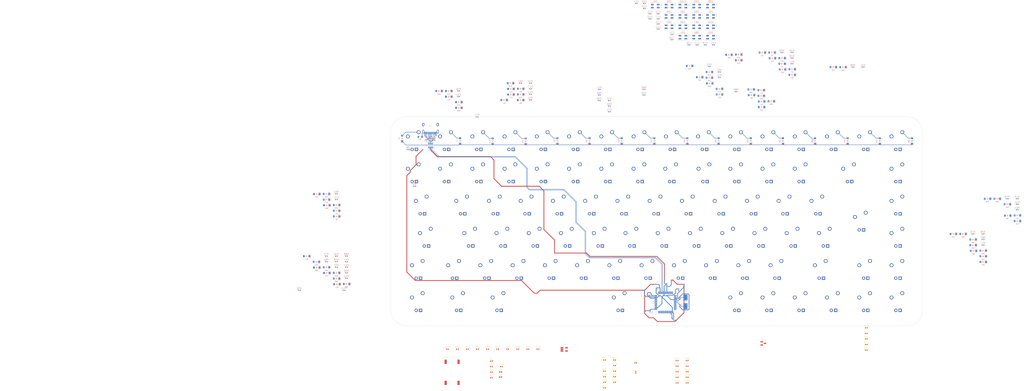
<source format=kicad_pcb>
(kicad_pcb (version 20211014) (generator pcbnew)
  (layers (0 "F.Cu" signal) (31 "B.Cu" signal) (34 "B.Paste" user) (35 "F.Paste" user) (36 "B.SilkS" user "B.Silkscreen") (37 "F.SilkS" user "F.Silkscreen") (38 "B.Mask" user) (39 "F.Mask" user) (44 "Edge.Cuts" user))
  (net 0 "")
  (net 1 "GND")
  (net 2 "+5V")
  (net 3 "RST")
  (net 4 "Net-(C1-Pad2)")
  (net 5 "Net-(C2-Pad2)")
  (net 6 "row1")
  (net 7 "Net-(D1-Pad2)")
  (net 8 "row2")
  (net 9 "Net-(D2-Pad2)")
  (net 10 "Net-(D3-Pad2)")
  (net 11 "Net-(D4-Pad2)")
  (net 12 "Net-(D5-Pad2)")
  (net 13 "Net-(D7-Pad2)")
  (net 14 "Net-(D8-Pad2)")
  (net 15 "Net-(J1-PadA5)")
  (net 16 "D+")
  (net 18 "D-")
  (net 19 "Net-(J1-PadB5)")
  (net 21 "row3")
  (net 22 "col1")
  (net 23 "col2")
  (net 49 "Net-(C3-Pad2)")
  (net 50 "Net-(D6-Pad2)")
  (net 51 "row4")
  (net 52 "row5")
  (net 53 "row6")
  (net 54 "Net-(D9-Pad2)")
  (net 55 "Net-(D10-Pad2)")
  (net 56 "Net-(D11-Pad2)")
  (net 57 "Net-(D12-Pad2)")
  (net 58 "Net-(D13-Pad2)")
  (net 59 "Net-(D14-Pad2)")
  (net 60 "Net-(D15-Pad2)")
  (net 61 "Net-(D16-Pad2)")
  (net 62 "Net-(D17-Pad2)")
  (net 63 "Net-(D18-Pad2)")
  (net 64 "Net-(D19-Pad2)")
  (net 65 "Net-(D20-Pad2)")
  (net 66 "Net-(D21-Pad2)")
  (net 67 "Net-(D22-Pad2)")
  (net 68 "Net-(D23-Pad2)")
  (net 69 "Net-(D24-Pad2)")
  (net 70 "Net-(D25-Pad2)")
  (net 71 "Net-(D26-Pad2)")
  (net 72 "Net-(D27-Pad2)")
  (net 73 "Net-(D28-Pad2)")
  (net 74 "Net-(D29-Pad2)")
  (net 75 "Net-(D30-Pad2)")
  (net 76 "Net-(D31-Pad2)")
  (net 77 "Net-(D32-Pad2)")
  (net 78 "Net-(D33-Pad2)")
  (net 79 "Net-(D34-Pad2)")
  (net 80 "Net-(D35-Pad2)")
  (net 81 "Net-(D36-Pad2)")
  (net 82 "Net-(D37-Pad2)")
  (net 83 "Net-(D38-Pad2)")
  (net 84 "Net-(D39-Pad2)")
  (net 85 "Net-(D40-Pad2)")
  (net 86 "Net-(D41-Pad2)")
  (net 87 "Net-(D42-Pad2)")
  (net 88 "Net-(D43-Pad2)")
  (net 89 "Net-(D44-Pad2)")
  (net 90 "Net-(D45-Pad2)")
  (net 91 "Net-(D46-Pad2)")
  (net 92 "Net-(D47-Pad2)")
  (net 93 "Net-(D48-Pad2)")
  (net 94 "Net-(D49-Pad2)")
  (net 95 "Net-(D50-Pad2)")
  (net 96 "Net-(D51-Pad2)")
  (net 97 "Net-(D52-Pad2)")
  (net 98 "Net-(D53-Pad2)")
  (net 99 "Net-(D54-Pad2)")
  (net 100 "Net-(D55-Pad2)")
  (net 101 "Net-(D56-Pad2)")
  (net 102 "Net-(D57-Pad2)")
  (net 103 "Net-(D58-Pad2)")
  (net 104 "Net-(D59-Pad2)")
  (net 105 "Net-(D60-Pad2)")
  (net 106 "Net-(D61-Pad2)")
  (net 107 "Net-(D62-Pad2)")
  (net 108 "Net-(D63-Pad2)")
  (net 109 "Net-(D64-Pad2)")
  (net 110 "Net-(D65-Pad2)")
  (net 111 "Net-(D66-Pad2)")
  (net 112 "Net-(D67-Pad2)")
  (net 113 "Net-(D68-Pad2)")
  (net 114 "Net-(D69-Pad2)")
  (net 115 "Net-(D70-Pad2)")
  (net 116 "Net-(D71-Pad2)")
  (net 117 "Net-(D72-Pad2)")
  (net 118 "Net-(D73-Pad2)")
  (net 119 "Net-(D74-Pad2)")
  (net 120 "Net-(D75-Pad2)")
  (net 121 "Net-(D76-Pad2)")
  (net 122 "Net-(D77-Pad2)")
  (net 123 "Net-(D78-Pad2)")
  (net 124 "Net-(D79-Pad2)")
  (net 125 "Net-(D80-Pad2)")
  (net 126 "Net-(D81-Pad2)")
  (net 127 "Net-(D82-Pad2)")
  (net 128 "Net-(D83-Pad2)")
  (net 129 "Net-(D84-Pad2)")
  (net 130 "Net-(D85-Pad2)")
  (net 131 "Net-(MX1-Pad3)")
  (net 132 "Net-(Q1-Pad1)")
  (net 133 "Net-(MX2-Pad3)")
  (net 134 "Net-(MX3-Pad3)")
  (net 135 "Net-(MX4-Pad3)")
  (net 136 "Net-(MX5-Pad3)")
  (net 137 "Net-(MX6-Pad3)")
  (net 138 "Net-(MX7-Pad3)")
  (net 139 "Net-(MX8-Pad3)")
  (net 140 "Net-(MX9-Pad3)")
  (net 141 "Net-(MX10-Pad3)")
  (net 142 "Net-(MX11-Pad3)")
  (net 143 "Net-(MX12-Pad3)")
  (net 144 "col3")
  (net 145 "Net-(MX13-Pad3)")
  (net 146 "Net-(MX14-Pad3)")
  (net 147 "Net-(MX15-Pad3)")
  (net 148 "Net-(MX16-Pad3)")
  (net 149 "Net-(MX17-Pad3)")
  (net 150 "Net-(MX18-Pad3)")
  (net 151 "col4")
  (net 152 "Net-(MX19-Pad3)")
  (net 153 "Net-(MX20-Pad3)")
  (net 154 "Net-(MX21-Pad3)")
  (net 155 "Net-(MX22-Pad3)")
  (net 156 "Net-(MX23-Pad3)")
  (net 157 "col5")
  (net 158 "Net-(MX24-Pad3)")
  (net 159 "Net-(MX25-Pad3)")
  (net 160 "Net-(MX26-Pad3)")
  (net 161 "Net-(MX27-Pad3)")
  (net 162 "Net-(MX28-Pad3)")
  (net 163 "col6")
  (net 164 "Net-(MX29-Pad3)")
  (net 165 "Net-(MX30-Pad3)")
  (net 166 "Net-(MX31-Pad3)")
  (net 167 "Net-(MX32-Pad3)")
  (net 168 "Net-(MX33-Pad3)")
  (net 169 "col7")
  (net 170 "Net-(MX34-Pad3)")
  (net 171 "Net-(MX35-Pad3)")
  (net 172 "Net-(MX36-Pad3)")
  (net 173 "Net-(MX37-Pad3)")
  (net 174 "Net-(MX38-Pad3)")
  (net 175 "Net-(MX39-Pad3)")
  (net 176 "col8")
  (net 177 "Net-(MX40-Pad3)")
  (net 178 "Net-(MX41-Pad3)")
  (net 179 "Net-(MX42-Pad3)")
  (net 180 "Net-(MX43-Pad3)")
  (net 181 "Net-(MX44-Pad3)")
  (net 182 "col9")
  (net 183 "Net-(MX45-Pad3)")
  (net 184 "Net-(MX46-Pad3)")
  (net 185 "Net-(MX47-Pad3)")
  (net 186 "Net-(MX48-Pad3)")
  (net 187 "Net-(MX49-Pad3)")
  (net 188 "col10")
  (net 189 "Net-(MX50-Pad3)")
  (net 190 "Net-(MX51-Pad3)")
  (net 191 "Net-(MX52-Pad3)")
  (net 192 "Net-(MX53-Pad3)")
  (net 193 "Net-(MX54-Pad3)")
  (net 194 "Net-(MX55-Pad3)")
  (net 195 "col11")
  (net 196 "Net-(MX56-Pad3)")
  (net 197 "Net-(MX57-Pad3)")
  (net 198 "Net-(MX58-Pad3)")
  (net 199 "Net-(MX59-Pad3)")
  (net 200 "Net-(MX60-Pad3)")
  (net 201 "Net-(MX61-Pad3)")
  (net 202 "col12")
  (net 203 "Net-(MX62-Pad3)")
  (net 204 "Net-(MX63-Pad3)")
  (net 205 "Net-(MX64-Pad3)")
  (net 206 "Net-(MX65-Pad3)")
  (net 207 "Net-(MX66-Pad3)")
  (net 208 "Net-(MX67-Pad3)")
  (net 209 "col13")
  (net 210 "Net-(MX68-Pad3)")
  (net 211 "Net-(MX69-Pad3)")
  (net 212 "Net-(MX70-Pad3)")
  (net 213 "Net-(MX71-Pad3)")
  (net 214 "Net-(MX72-Pad3)")
  (net 215 "Net-(MX73-Pad3)")
  (net 216 "col14")
  (net 217 "Net-(MX74-Pad3)")
  (net 218 "Net-(MX75-Pad3)")
  (net 219 "Net-(MX76-Pad3)")
  (net 220 "Net-(MX77-Pad3)")
  (net 221 "Net-(MX78-Pad3)")
  (net 222 "col15")
  (net 223 "Net-(MX79-Pad3)")
  (net 224 "Net-(MX80-Pad3)")
  (net 225 "Net-(MX81-Pad3)")
  (net 227 "Net-(MX82-Pad3)")
  (net 228 "Net-(MX83-Pad3)")
  (net 229 "Net-(MX84-Pad3)")
  (net 230 "col16")
  (net 231 "Net-(MX85-Pad3)")
  (net 232 "LED-")
  (net 233 "LED_PWM")
  (net 234 "Net-(R3-Pad2)")
  (net 235 "Net-(R4-Pad2)")
  (net 236 "GNDPWR")
  (net 237 "VBUS")
  (net 238 "DBUS+")
  (net 239 "DBUS-")
  (net 240 "VCC")
  (net 243 "Net-(C13-Pad1)")
  (net 244 "Net-(C15-Pad1)")
  (net 245 "Net-(C14-Pad2)")
  (net 246 "Net-(C15-Pad2)")
  (net 247 "Net-(C16-Pad2)")
  (net 248 "Net-(C19-Pad1)")
  (net 249 "Net-(C17-Pad2)")
  (net 250 "Net-(C18-Pad2)")
  (net 251 "Net-(C19-Pad2)")
  (net 253 "Net-(C20-Pad2)")
  (net 254 "Net-(C21-Pad1)")
  (net 255 "Net-(C21-Pad2)")
  (net 256 "Net-(C22-Pad2)")
  (net 257 "Net-(C23-Pad2)")
  (net 258 "Net-(C23-Pad1)")
  (net 259 "Net-(D86-Pad2)")
  (net 260 "Net-(D86-Pad4)")
  (net 261 "Net-(D87-Pad2)")
  (net 264 "Net-(D88-Pad2)")
  (net 265 "Net-(D89-Pad2)")
  (net 267 "Net-(D90-Pad2)")
  (net 268 "Net-(D91-Pad2)")
  (net 271 "Net-(D94-Pad2)")
  (net 273 "Net-(D95-Pad2)")
  (net 276 "Net-(D96-Pad2)")
  (net 277 "Net-(D97-Pad2)")
  (net 287 "Net-(C14-Pad1)")
  (net 288 "Net-(C18-Pad1)")
  (net 289 "Net-(C25-Pad1)")
  (net 290 "Net-(C22-Pad1)")
  (net 291 "Net-(C25-Pad2)")
  (net 293 "Net-(C24-Pad2)")
  (net 295 "UGLED")
  (footprint "MX_Only:MXOnly-1U" (layer "F.Cu") (at 185.7375 76.2)
    (fp_text reference "MX52")
    (fp_text value "O")
  )
  (footprint "MX_Only:MXOnly-1U" (layer "F.Cu") (at 290.195 95.25)
    (fp_text reference "MX82")
    (fp_text value "PgDown")
  )
  (footprint "MX_Only:MXOnly-1U" (layer "F.Cu") (at 271.141541 133.360706)
    (fp_text reference "MX78")
    (fp_text value "A_DWN")
  )
  (footprint "Resistor_SMD:R_0402_1005Metric" (layer "F.Cu") (at 122.78131 174.395)
    (fp_text reference "R12")
    (fp_text value "680R")
  )
  (footprint "Resistor_SMD:R_0402_1005Metric" (layer "F.Cu") (at 50.01131 178.2875)
    (fp_text reference "R4")
    (fp_text value "330")
  )
  (footprint "Resistor_SMD:R_0402_1005Metric" (layer "F.Cu") (at 159.69381 181.32)
    (fp_text reference "R10")
    (fp_text value "680R")
  )
  (footprint "MX_Only:MXOnly-1U" (layer "F.Cu") (at 61.595 38.1)
    (fp_text reference "MX19")
    (fp_text value "F3")
  )
  (footprint "MX_Only:MXOnly-1U" (layer "F.Cu") (at 242.8875 76.2)
    (fp_text reference "MX70")
    (fp_text value "*")
  )
  (footprint "MX_Only:MXOnly-1.25U" (layer "F.Cu") (at 6.83888 133.35811)
    (fp_text reference "MX6")
    (fp_text value "Ctrl_125")
  )
  (footprint "Resistor_SMD:R_0402_1005Metric" (layer "F.Cu") (at 47.71131 161.3875)
    (fp_text reference "R83")
    (fp_text value "680R")
  )
  (footprint "MX_Only:MXOnly-1U" (layer "F.Cu") (at 47.3075 114.3)
    (fp_text reference "MX17")
    (fp_text value "W")
  )
  (footprint "MX_Only:MXOnly-1U" (layer "F.Cu") (at 94.9325 95.25)
    (fp_text reference "MX27")
    (fp_text value "F")
  )
  (footprint "Package_TO_SOT_SMD:SOT-23" (layer "F.Cu") (at 210.65 157.97)
    (fp_text reference "Q1")
    (fp_text value "AO3400A")
  )
  (footprint "MX_Only:MXOnly-1U" (layer "F.Cu") (at 247.3325 95.25)
    (fp_text reference "MX71")
    (fp_text value "£")
  )
  (footprint "MX_Only:MXOnly-1U" (layer "F.Cu") (at 137.83185 38.114105)
    (fp_text reference "MX40")
    (fp_text value "F7")
  )
  (footprint "MX_Only:MXOnly-1U" (layer "F.Cu") (at 142.5575 114.3)
    (fp_text reference "MX44")
    (fp_text value "N")
  )
  (footprint "Capacitor_SMD:C_0402_1005Metric" (layer "F.Cu") (at 135.25 175 90)
    (fp_text reference "C26")
    (fp_text value "100nF")
  )
  (footprint "Resistor_SMD:R_0402_1005Metric" (layer "F.Cu") (at 29.86131 161.3875)
    (fp_text reference "R79")
    (fp_text value "680R")
  )
  (footprint "Resistor_SMD:R_0402_1005Metric" (layer "F.Cu") (at 55.96131 171.7075)
    (fp_text reference "R3")
    (fp_text value "1k")
  )
  (footprint "Resistor_SMD:R_0402_1005Metric" (layer "F.Cu") (at 271.4625 155.345)
    (fp_text reference "R44")
    (fp_text value "680R")
  )
  (footprint "MX_Only:MXOnly-1U" (layer "F.Cu") (at 213.995 133.35)
    (fp_text reference "MX61")
    (fp_text value "FN")
  )
  (footprint "MX_Only:MXOnly-1U" (layer "F.Cu") (at 75.8825 95.25)
    (fp_text reference "MX22")
    (fp_text value "D")
  )
  (footprint "Resistor_SMD:R_0402_1005Metric" (layer "F.Cu") (at 77.46131 161.3875)
    (fp_text reference "R70")
    (fp_text value "680R")
  )
  (footprint "Resistor_SMD:R_0402_1005Metric" (layer "F.Cu") (at 116.83131 184.265)
    (fp_text reference "R23")
    (fp_text value "680R")
  )
  (footprint "Resistor_SMD:R_0402_1005Metric" (layer "F.Cu") (at 122.78131 167.815)
    (fp_text reference "R54")
    (fp_text value "680R")
  )
  (footprint "MX_Only:MXOnly-2U" (layer "F.Cu") (at 261.62 57.15)
    (fp_text reference "MX75")
    (fp_text value "BckSpc_2")
  )
  (footprint "Resistor_SMD:R_0402_1005Metric" (layer "F.Cu") (at 159.69381 171.45)
    (fp_text reference "R85")
    (fp_text value "680R")
  )
  (footprint "MX_Only:MXOnly-1U" (layer "F.Cu") (at 4.445 57.15)
    (fp_text reference "MX2")
    (fp_text value "@")
  )
  (footprint "MX_Only:MXOnly-1.25U" (layer "F.Cu") (at 54.528059 133.327068)
    (fp_text reference "MX18")
    (fp_text value "L_Cmd_125")
  )
  (footprint "MX_Only:MXOnly-1U" (layer "F.Cu") (at 52.3875 76.2)
    (fp_text reference "MX15")
    (fp_text value "Z")
  )
  (footprint "MX_Only:MXOnly-1U" (layer "F.Cu") (at 190.1825 95.25)
    (fp_text reference "MX53")
    (fp_text value "L")
  )
  (footprint "Resistor_SMD:R_0402_1005Metric" (layer "F.Cu") (at 41.76131 161.3875)
    (fp_text reference "R59")
    (fp_text value "680R")
  )
  (footprint "MX_Only:MXOnly-1U" (layer "F.Cu") (at 152.0825 95.25)
    (fp_text reference "MX43")
    (fp_text value "J")
  )
  (footprint "MX_Only:MXOnly-1U" (layer "F.Cu") (at 90.17 76.2)
    (fp_text reference "MX26")
    (fp_text value "R")
  )
  (footprint "MX_Only:MXOnly-1U" (layer "F.Cu") (at 28.2575 114.3)
    (fp_text reference "MX11")
    (fp_text value ">")
  )
  (footprint "MX_Only:MXOnly-1U" (layer "F.Cu") (at 213.995 38.1)
    (fp_text reference "MX62")
    (fp_text value "F11")
  )
  (footprint "MX_Only:MXOnly-1U" (layer "F.Cu") (at 33.02 76.2)
    (fp_text reference "MX9")
    (fp_text value "A")
  )
  (footprint "MX_Only:MXOnly-1.75U" (layer "F.Cu") (at 244.94158 114.31038)
    (fp_text reference "MX72")
    (fp_text value "RShift_175")
  )
  (footprint "MX_Only:MXOnly-1U" (layer "F.Cu") (at 123.5075 114.3)
    (fp_text reference "MX38")
    (fp_text value "B")
  )
  (footprint "MX_Only:MXOnly-1U" (layer "F.Cu") (at 290.195 38.1)
    (fp_text reference "MX85")
    (fp_text value "F15")
  )
  (footprint "MX_Only:MXOnly-1U" (layer "F.Cu") (at 114.3 95.25)
    (fp_text reference "MX32")
    (fp_text value "G")
  )
  (footprint "Resistor_SMD:R_0402_1005Metric" (layer "F.Cu") (at 35.81131 161.3875)
    (fp_text reference "R51")
    (fp_text value "680R")
  )
  (footprint "Resistor_SMD:R_0402_1005Metric" (layer "F.Cu") (at 165.64381 168.16)
    (fp_text reference "R58")
    (fp_text value "680R")
  )
  (footprint "MX_Only:MXOnly-1U" (layer "F.Cu") (at 171.1325 95.25)
    (fp_text reference "MX48")
    (fp_text value "K")
  )
  (footprint "MX_Only:MXOnly-1U" (layer "F.Cu") (at 180.6575 114.3)
    (fp_text reference "MX54")
    (fp_text value ".")
  )
  (footprint "MX_Only:MXOnly-ISO" (layer "F.Cu") (at 268.605 85.725)
    (fp_text reference "MX76")
    (fp_text value "Enter_ISO_125_2")
  )
  (footprint "Resistor_SMD:R_0402_1005Metric" (layer "F.Cu") (at 53.66131 161.3875)
    (fp_text reference "R32")
    (fp_text value "680R")
  )
  (footprint "MX_Only:MXOnly-1U" (layer "F.Cu") (at 194.945 133.35)
    (fp_text reference "MX55")
    (fp_text value "R_Cmd")
  )
  (footprint "MX_Only:MXOnly-6.25U" (layer "F.Cu") (at 126.135041 133.322437)
    (fp_text reference "MX39")
    (fp_text value "Space_625")
  )
  (footprint "Resistor_SMD:R_0402_1005Metric" (layer "F.Cu") (at 159.69381 178.03)
    (fp_text reference "R65")
    (fp_text value "680R")
  )
  (footprint "MX_Only:MXOnly-1U" (layer "F.Cu") (at 147.32 76.2)
    (fp_text reference "MX42")
    (fp_text value "U")
  )
  (footprint "MX_Only:MXOnly-1U" (layer "F.Cu") (at 80.645 57.15)
    (fp_text reference "MX25")
    (fp_text value "4")
  )
  (footprint "MX_Only:MXOnly-1U" (layer "F.Cu") (at 252.095 133.35)
    (fp_text reference "MX73")
    (fp_text value "A_L")
  )
  (footprint "Resistor_SMD:R_0402_1005Metric" (layer "F.Cu") (at 122.78131 177.685)
    (fp_text reference "R27")
    (fp_text value "680R")
  )
  (footprint "MX_Only:MXOnly-1U" (layer "F.Cu") (at 290.195 133.35)
    (fp_text reference "MX84")
    (fp_text value "A_R")
  )
  (footprint "MX_Only:MXOnly-1U" (layer "F.Cu") (at 80.645 38.1)
    (fp_text reference "MX24")
    (fp_text value "F4")
  )
  (footprint "MX_Only:MXOnly-1.25U" (layer "F.Cu") (at 30.665711 133.350001)
    (fp_text reference "MX12")
    (fp_text value "L_Opt_125")
  )
  (footprint "MX_Only:MXOnly-1U" (layer "F.Cu") (at 252.095 38.1)
    (fp_text reference "MX74")
    (fp_text value "F13")
  )
  (footprint "MX_Only:MXOnly-1U" (layer "F.Cu") (at 118.745 57.15)
    (fp_text reference "MX35")
    (fp_text value "6")
  )
  (footprint "MX_Only:MXOnly-1U" (layer "F.Cu") (at 175.895 38.1)
    (fp_text reference "MX50")
    (fp_text value "F9")
  )
  (footprint "MX_Only:MXOnly-1U" (layer "F.Cu") (at 42.545 38.1)
    (fp_text reference "MX13")
    (fp_text value "F2")
  )
  (footprint "MX_Only:MXOnly-1U" (layer "F.Cu") (at 176.2125 57.15)
    (fp_text reference "MX51")
    (fp_text value "9")
  )
  (footprint "MX_Only:MXOnly-1.25U" (layer "F.Cu") (at 6.830781 114.299943)
    (fp_text reference "MX5")
    (fp_text value "LShift_125")
  )
  (footprint "Resistor_SMD:R_0402_1005Metric" (layer "F.Cu") (at 122.78131 180.975)
    (fp_text reference "R16")
    (fp_text value "680R")
  )
  (footprint "MX_Only:MXOnly-1U" (layer "F.Cu") (at 204.7875 76.2)
    (fp_text reference "MX58")
    (fp_text value "P")
  )
  (footprint "MX_Only:MXOnly-1U" (layer "F.Cu") (at 61.595 57.15)
    (fp_text reference "MX20")
    (fp_text value "3")
  )
  (footprint "Button_Switch_SMD:SW_MEC_5GSH9" (layer "F.Cu") (at 26.76131 175.0975)
    (fp_text reference "SWP1")
    (fp_text value "SW_Push")
  )
  (footprint "MX_Only:MXOnly-1U" (layer "F.Cu") (at 271.145 114.3)
    (fp_text reference "MX77")
    (fp_text value "A_UP")
  )
  (footprint "Resistor_SMD:R_0402_1005Metric" (layer "F.Cu") (at 165.64381 174.74)
    (fp_text reference "R52")
    (fp_text value "680R")
  )
  (footprint "MX_Only:MXOnly-1U" (layer "F.Cu") (at 37.7825 95.25)
    (fp_text reference "MX10")
    (fp_text value "Q")
  )
  (footprint "MX_Only:MXOnly-1.75U" (layer "F.Cu") (at 11.605827 95.25)
    (fp_text reference "MX4")
    (fp_text value "Caps_175")
  )
  (footprint "Capacitor_SMD:C_0402_1005Metric_Pad0.74x0.62mm_HandSolder" (layer "F.Cu") (at 55.39131 177.8675)
    (fp_text reference "C3")
    (fp_text value "1u")
  )
  (footprint "MX_Only:MXOnly-1U" (layer "F.Cu") (at 128.27 76.2)
    (fp_text reference "MX36")
    (fp_text value "Y")
  )
  (footprint "MX_Only:MXOnly-1U" (layer "F.Cu") (at 156.5275 57.15)
    (fp_text reference "MX46")
    (fp_text value "8")
  )
  (footprint "Resistor_SMD:R_0402_1005Metric" (layer "F.Cu") (at 165.64381 178.03)
    (fp_text reference "R15")
    (fp_text value "680R")
  )
  (footprint "MX_Only:MXOnly-1U" (layer "F.Cu") (at 118.745 38.1)
    (fp_text reference "MX34")
    (fp_text value "F6")
  )
  (footprint "MX_Only:MXOnly-1U" (layer "F.Cu") (at 223.52 76.2)
    (fp_text reference "MX64")
    (fp_text value "¨")
  )
  (footprint "MX_Only:MXOnly-1U" (layer "F.Cu") (at 290.195 114.3)
    (fp_text reference "MX83")
    (fp_text value "End")
  )
  (footprint "MX_Only:MXOnly-1U" (layer "F.Cu") (at 56.8325 95.25)
    (fp_text reference "MX16")
    (fp_text value "S")
  )
  (footprint "Resistor_SMD:R_0402_1005Metric" (layer "F.Cu") (at 59.61131 161.3875)
    (fp_text reference "R60")
    (fp_text value "680R")
  )
  (footprint "Resistor_SMD:R_0402_1005Metric" (layer "F.Cu") (at 50.01131 168.4175)
    (fp_text reference "R1")
    (fp_text value "10k")
  )
  (footprint "MX_Only:MXOnly-1U" (layer "F.Cu") (at 209.2325 95.25)
    (fp_text reference "MX59")
    (fp_text value "M")
  )
  (footprint "MX_Only:MXOnly-1U" (layer "F.Cu") (at 109.22 76.2)
    (fp_text reference "MX31")
    (fp_text value "T")
  )
  (footprint "MX_Only:MXOnly-1U" (layer "F.Cu") (at 166.37 76.2)
    (fp_text reference "MX47")
    (fp_text value "I")
  )
  (footprint "MX_Only:MXOnly-1U" (layer "F.Cu") (at 213.995 57.15)
    (fp_text reference "MX63")
    (fp_text value ")")
  )
  (footprint "Resistor_SMD:R_0402_1005Metric" (layer "F.Cu") (at 116.83131 167.815)
    (fp_text reference "R81")
    (fp_text value "680R")
  )
  (footprint "Resistor_SMD:R_0402_1005Metric" (layer "F.Cu") (at 71.51131 161.3875)
    (fp_text reference "R62")
    (fp_text value "680R")
  )
  (footprint "MX_Only:MXOnly-1U" (layer "F.Cu") (at 23.495 57.15)
    (fp_text reference "MX8")
    (fp_text value "1")
  )
  (footprint "Resistor_SMD:R_0402_1005Metric" (layer "F.Cu") (at 116.83131 174.395)
    (fp_text reference "R87")
    (fp_text value "680R")
  )
  (footprint "MX_Only:MXOnly-1U" (layer "F.Cu") (at 194.945 38.1)
    (fp_text reference "MX56")
    (fp_text value "F10")
  )
  (footprint "MX_Only:MXOnly-1U" (layer "F.Cu") (at 104.4575 114.3)
    (fp_text reference "MX33")
    (fp_text value "V")
  )
  (footprint "Capacitor_SMD:C_0402_1005Metric_Pad0.74x0.62mm_HandSolder" (layer "F.Cu") (at 55.39131 174.8575)
    (fp_text reference "C4")
    (fp_text value "100nF")
  )
  (footprint "MX_Only:MXOnly-1U" (layer "F.Cu") (at 66.3575 114.3)
    (fp_text reference "MX23")
    (fp_text value "X")
  )
  (footprint "MX_Only:MXOnly-1U" (layer "F.Cu") (at 156.910137 38.100001)
    (fp_text reference "MX45")
    (fp_text value "F8")
  )
  (footprint "MX_Only:MXOnly-1U" (layer "F.Cu") (at 71.12 76.2)
    (fp_text reference "MX21")
    (fp_text value "E")
  )
  (footprint "Resistor_SMD:R_0402_1005Metric" (layer "F.Cu") (at 165.64381 181.32)
    (fp_text reference "R25")
    (fp_text value "680R")
  )
  (footprint "Resistor_SMD:R_0402_1005Metric" (layer "F.Cu") (at 23.91131 161.3875)
    (fp_text reference "R18")
    (fp_text value "680R")
  )
  (footprint "MX_Only:MXOnly-1U" (layer "F.Cu") (at 137.795 57.15)
    (fp_text reference "MX41")
    (fp_text value "7")
  )
  (footprint "Resistor_SMD:R_0402_1005Metric" (layer "F.Cu") (at 50.01131 174.9975)
    (fp_text reference "R2")
    (fp_text value "100R")
  )
  (footprint "MX_Only:MXOnly-1U" (layer "F.Cu") (at 271.145 38.1)
    (fp_text reference "MX79")
    (fp_text value "F14")
  )
  (footprint "MX_Only:MXOnly-1U" (layer "F.Cu") (at 233.045 133.35)
    (fp_text reference "MX67")
    (fp_text value "R_Opt")
  )
  (footprint "Resistor_SMD:R_0402_1005Metric" (layer "F.Cu") (at 271.4625 148.765)
    (fp_text reference "R45")
    (fp_text value "680R")
  )
  (footprint "Resistor_SMD:R_0402_1005Metric" (layer "F.Cu") (at 159.69381 168.16)
    (fp_text reference "R24")
    (fp_text value "680R")
  )
  (footprint "Resistor_SMD:R_0402_1005Metric" (layer "F.Cu") (at 271.4625 158.635)
    (fp_text reference "R73")
    (fp_text value "680R")
  )
  (footprint "MX_Only:MXOnly-1U" (layer "F.Cu") (at 85.4075 114.3)
    (fp_text reference "MX28")
    (fp_text value "C")
  )
  (footprint "MX_Only:MXOnly-1U" (layer "F.Cu") (at 218.7575 114.3)
    (fp_text reference "MX66")
    (fp_text value "+")
  )
  (footprint "MX_Only:MXOnly-1U" (layer "F.Cu") (at 194.945 57.15)
    (fp_text reference "MX57")
    (fp_text value "0")
  )
  (footprint "MX_Only:MXOnly-1U" (layer "F.Cu") (at 42.545 57.15)
    (fp_text reference "MX14")
    (fp_text value "2")
  )
  (footprint "Resistor_SMD:R_0402_1005Metric" (layer "F.Cu") (at 116.83131 177.685)
    (fp_text reference "R20")
    (fp_text value "680R")
  )
  (footprint "Resistor_SMD:R_0402_1005Metric" (layer "F.Cu") (at 271.4625 161.925)
    (fp_text reference "R80")
    (fp_text value "680R")
  )
  (footprint "MX_Only:MXOnly-1U" (layer "F.Cu") (at 290.195 57.15)
    (fp_text reference "MX80")
    (fp_text value "Home")
  )
  (footprint "Resistor_SMD:R_0402_1005Metric" (layer "F.Cu") (at 271.4625 152.055)
    (fp_text reference "R77")
    (fp_text value "680R")
  )
  (footprint "Resistor_SMD:R_0402_1005Metric" (layer "F.Cu") (at 165.64381 171.45)
    (fp_text reference "R37")
    (fp_text value "680R")
  )
  (footprint "MX_Only:MXOnly-1U" (layer "F.Cu") (at 133.0325 95.25)
    (fp_text reference "MX37")
    (fp_text value "H")
  )
  (footprint "Capacitor_SMD:C_0402_1005Metric" (layer "F.Cu") (at 135.25 169.5)
    (fp_text reference "C27")
    (fp_text value "100nF")
  )
  (footprint "MX_Only:MXOnly-1.5U" (layer "F.Cu") (at 9.2075 76.2)
    (fp_text reference "MX3")
    (fp_text value "Tab_15")
  )
  (footprint "MX_Only:MXOnly-1U" (layer "F.Cu") (at 233.045 38.1)
    (fp_text reference "MX68")
    (fp_text value "F12")
  )
  (footprint "MX_Only:MXOnly-1U" (layer "F.Cu") (at 99.695 57.15)
    (fp_text reference "MX30")
    (fp_text value "5")
  )
  (footprint "Package_TO_SOT_SMD:SOT-23-5_HandSoldering" (layer "F.Cu") (at 93 161.5)
    (fp_text reference "U3")
    (fp_text value "74LVC1G125")
  )
  (footprint "MX_Only:MXOnly-1U" (layer "F.Cu") (at 161.7075 114.3)
    (fp_text reference "MX49")
    (fp_text value "?")
  )
  (footprint "Resistor_SMD:R_0402_1005Metric" (layer "F.Cu") (at 65.56131 161.3875)
    (fp_text reference "R78")
    (fp_text value "680R")
  )
  (footprint "MX_Only:MXOnly-1U" (layer "F.Cu") (at 4.445 38.1)
    (fp_text reference "MX1")
    (fp_text value "Esc")
  )
  (footprint "Resistor_SMD:R_0402_1005Metric" (layer "F.Cu") (at 50.01131 171.7075)
    (fp_text reference "R5")
    (fp_text value "10k")
  )
  (footprint "MX_Only:MXOnly-1U" (layer "F.Cu") (at 23.495 38.1)
    (fp_text reference "MX7")
    (fp_text value "F1")
  )
  (footprint "MX_Only:MXOnly-1U" (layer "F.Cu") (at 233.045 57.15)
    (fp_text reference "MX69")
    (fp_text value "-")
  )
  (footprint "MX_Only:MXOnly-1U" (layer "F.Cu") (at 290.195 76.2)
    (fp_text reference "MX81")
    (fp_text value "PgUp")
  )
  (footprint "MX_Only:MXOnly-1U" (layer "F.Cu") (at 228.2825 95.25)
    (fp_text reference "MX65")
    (fp_text value "%")
  )
  (footprint "Resistor_SMD:R_0402_1005Metric" (layer "F.Cu") (at 159.69381 174.74)
    (fp_text reference "R13")
    (fp_text value "680R")
  )
  (footprint "Resistor_SMD:R_0402_1005Metric" (layer "F.Cu") (at 122.78131 171.105)
    (fp_text reference "R76")
    (fp_text value "680R")
  )
  (footprint "MX_Only:MXOnly-1U" (layer "F.Cu") (at 99.695 38.1)
    (fp_text reference "MX29")
    (fp_text value "F5")
  )
  (footprint "MX_Only:MXOnly-1U" (layer "F.Cu") (at 199.7075 114.3)
    (fp_text reference "MX60")
    (fp_text value "/")
  )
  (footprint "Resistor_SMD:R_0402_1005Metric" (layer "F.Cu") (at 116.83131 180.975)
    (fp_text reference "R56")
    (fp_text value "680R")
  )
  (footprint "acheron_Components:D_SOD-123" (layer "B.Cu") (at 67.25 7.34 180)
    (fp_text reference "D51")
    (fp_text value "1N14148W")
  )
  (footprint "Capacitor_SMD:C_0402_1005Metric" (layer "B.Cu") (at 148.483956 -37.01 180)
    (fp_text reference "C23")
    (fp_text value "100nF")
  )
  (footprint "acheron_Components:D_SOD-123" (layer "B.Cu") (at 165.75 38.25 90)
    (fp_text reference "D45")
    (fp_text value "1N14148W")
  )
  (footprint "Resistor_SMD:R_0402_1005Metric" (layer "B.Cu") (at -63.54762 126.55 180)
    (fp_text reference "R26")
    (fp_text value "680R")
  )
  (footprint "acheron_Components:D_SOD-123" (layer "B.Cu") (at 241.25 38.25 90)
    (fp_text reference "D68")
    (fp_text value "1N14148W")
  )
  (footprint "Resistor_SMD:R_0402_1005Metric" (layer "B.Cu") (at 41.5 24 180)
    (fp_text reference "R14")
    (fp_text value "680R")
  )
  (footprint "acheron_Components:D_SOD-123" (layer "B.Cu") (at 178.95 4.13 180)
    (fp_text reference "D59")
    (fp_text value "1N14148W")
  )
  (footprint "acheron_Components:D_SOD-123" (layer "B.Cu") (at -47.25 76.25 180)
    (fp_text reference "D66")
    (fp_text value "1N14148W")
  )
  (footprint "Capacitor_SMD:C_0402_1005Metric" (layer "B.Cu") (at 143.673956 -34 180)
    (fp_text reference "C22")
    (fp_text value "100nF")
  )
  (footprint "acheron_Components:D_SOD-123" (layer "B.Cu") (at 61.3 4.05 180)
    (fp_text reference "D70")
    (fp_text value "1N14148W")
  )
  (footprint "acheron_Components:D_SOD-123" (layer "B.Cu") (at -41.5 76.13 180)
    (fp_text reference "D28")
    (fp_text value "1N14148W")
  )
  (footprint "Resistor_SMD:R_0402_1005Metric" (layer "B.Cu") (at 269.53238 -5.48 180)
    (fp_text reference "R31")
    (fp_text value "680R")
  )
  (footprint "acheron_Components:D_SOD-123" (layer "B.Cu") (at 210.05 -14.1 180)
    (fp_text reference "D5")
    (fp_text value "1N14148W")
  )
  (footprint "acheron_Components:D_SOD-123" (layer "B.Cu") (at 209.6 14.85 180)
    (fp_text reference "D4")
    (fp_text value "1N14148W")
  )
  (footprint "acheron_Components:D_SOD-123" (layer "B.Cu") (at 221.95 -4.11 180)
    (fp_text reference "D52")
    (fp_text value "1N14148W")
  )
  (footprint "acheron_Components:D_SOD-123" (layer "B.Cu") (at 203.25 38.25 90)
    (fp_text reference "D56")
    (fp_text value "1N14148W")
  )
  (footprint "LED_SMD:LED_SK6812MINI_PLCC4_3.5x3.5mm_P1.75mm" (layer "B.Cu") (at 154.967556 -29.319601 180)
    (fp_text reference "D92")
    (fp_text value "SK6812MINI-E")
  )
  (footprint "Crystal:Crystal_SMD_5032-2Pin_5.0x3.2mm_HandSoldering" (layer "B.Cu") (at 164.625 133.375 -90)
    (fp_text reference "Y1")
    (fp_text value "16MHZ")
  )
  (footprint "acheron_Components:D_SOD-123" (layer "B.Cu") (at -53.2 113.08 180)
    (fp_text reference "D82")
    (fp_text value "1N14148W")
  )
  (footprint "acheron_Components:D_SOD-123" (layer "B.Cu") (at 340.55 106.44 180)
    (fp_text reference "D32")
    (fp_text value "1N14148W")
  )
  (footprint "LED_SMD:LED_SK6812MINI_PLCC4_3.5x3.5mm_P1.75mm" (layer "B.Cu") (at 154.967556 -35.449601 180)
    (fp_text reference "D99")
    (fp_text value "SK6812MINI-E")
  )
  (footprint "Capacitor_SMD:C_0402_1005Metric_Pad0.74x0.62mm_HandSolder" (layer "B.Cu") (at 161.275 131.226228 -90)
    (fp_text reference "C2")
    (fp_text value "22pF")
  )
  (footprint "Resistor_SMD:R_0402_1005Metric" (layer "B.Cu") (at 360.65 75.64 180)
    (fp_text reference "R33")
    (fp_text value "680R")
  )
  (footprint "Resistor_SMD:R_0402_1005Metric" (layer "B.Cu") (at -35.65 112.93 180)
    (fp_text reference "R67")
    (fp_text value "680R")
  )
  (footprint "Resistor_SMD:R_0402_1005Metric" (layer "B.Cu") (at -35.65 106.35 180)
    (fp_text reference "R88")
    (fp_text value "680R")
  )
  (footprint "LED_SMD:LED_SK6812MINI_PLCC4_3.5x3.5mm_P1.75mm" (layer "B.Cu") (at 163.127556 -41.579601 180)
    (fp_text reference "D100")
    (fp_text value "SK6812MINI-E")
  )
  (footprint "LED_SMD:LED_SK6812MINI_PLCC4_3.5x3.5mm_P1.75mm" (layer "B.Cu") (at 163.127556 -35.449601 180)
    (fp_text reference "D89")
    (fp_text value "SK6812MINI-E")
  )
  (footprint "Resistor_SMD:R_0402_1005Metric" (layer "B.Cu") (at 221.65 -14.13 180)
    (fp_text reference "R69")
    (fp_text value "680R")
  )
  (footprint "acheron_Components:D_SOD-123" (layer "B.Cu") (at 24.8 8.67 180)
    (fp_text reference "D43")
    (fp_text value "1N14148W")
  )
  (footprint "acheron_Components:D_SOD-123" (layer "B.Cu") (at 221.75 -7.46 180)
    (fp_text reference "D2")
    (fp_text value "1N14148W")
  )
  (footprint "LED_SMD:LED_SK6812MINI_PLCC4_3.5x3.5mm_P1.75mm" (layer "B.Cu") (at 171.287556 -41.579601 180)
    (fp_text reference "D90")
    (fp_text value "SK6812MINI-E")
  )
  (footprint "acheron_Components:D_SOD-123" (layer "B.Cu") (at 196.07238 -12.9 180)
    (fp_text reference "D48")
    (fp_text value "1N14148W")
  )
  (footprint "Capacitor_SMD:C_0402_1005Metric" (layer "B.Cu") (at 153.625 123.2375 -90)
    (fp_text reference "C5")
    (fp_text value "10u")
  )
  (footprint "acheron_Components:D_SOD-123" (layer "B.Cu") (at 108 38.25 90)
    (fp_text reference "D29")
    (fp_text value "1N14148W")
  )
  (footprint "acheron_Components:D_SOD-123" (layer "B.Cu") (at 70.25 38.4 90)
    (fp_text reference "D19")
    (fp_text value "1N14148W")
  )
  (footprint "Resistor_SMD:R_0402_1005Metric" (layer "B.Cu") (at 340.45 99.77 180)
    (fp_text reference "R57")
    (fp_text value "680R")
  )
  (footprint "Resistor_SMD:R_0402_1005Metric" (layer "B.Cu") (at 340.45 93.19 180)
    (fp_text reference "R38")
    (fp_text value "680R")
  )
  (footprint "LED_SMD:LED_SK6812MINI_PLCC4_3.5x3.5mm_P1.75mm" (layer "B.Cu") (at 171.287556 -29.319601 180)
    (fp_text reference "D87")
    (fp_text value "SK6812MINI-E")
  )
  (footprint "acheron_Components:D_SOD-123" (layer "B.Cu") (at -47.45 69.55 180)
    (fp_text reference "D18")
    (fp_text value "1N14148W")
  )
  (footprint "acheron_Components:D_SOD-123" (layer "B.Cu") (at -41.5 119.6 180)
    (fp_text reference "D60")
    (fp_text value "1N14148W")
  )
  (footprint "Capacitor_SMD:C_0402_1005Metric" (layer "B.Cu") (at 156.643956 -21.74 180)
    (fp_text reference "C19")
    (fp_text value "100nF")
  )
  (footprint "acheron_Components:D_SOD-123" (layer "B.Cu") (at 24.8 12.02 180)
    (fp_text reference "D21")
    (fp_text value "1N14148W")
  )
  (footprint "Resistor_SMD:R_0402_1005Metric" (layer "B.Cu") (at 119.65238 17.61 180)
    (fp_text reference "R50")
    (fp_text value "680R")
  )
  (footprint "Capacitor_SMD:C_0402_1005Metric" (layer "B.Cu") (at 140.323956 -43.14 180)
    (fp_text reference "C20")
    (fp_text value "100nF")
  )
  (footprint "LED_SMD:LED_SK6812MINI_PLCC4_3.5x3.5mm_P1.75mm" (layer "B.Cu") (at 179.447556 -23.189601 180)
    (fp_text reference "D93")
    (fp_text value "SK6812MINI-E")
  )
  (footprint "Resistor_SMD:R_0402_1005Metric" (layer "B.Cu") (at -41.6 109.64 180)
    (fp_text reference "R48")
    (fp_text value "680R")
  )
  (footprint "LED_SMD:LED_SK6812MINI_PLCC4_3.5x3.5mm_P1.75mm" (layer "B.Cu") (at 163.127556 -23.189601 180)
    (fp_text reference "D94")
    (fp_text value "SK6812MINI-E")
  )
  (footprint "Capacitor_SMD:C_0402_1005Metric" (layer "B.Cu") (at 135.513956 -43.14 180)
    (fp_text reference "C14")
    (fp_text value "100nF")
  )
  (footprint "acheron_Components:D_SOD-123" (layer "B.Cu") (at 215.8 -14.1 180)
    (fp_text reference "D3")
    (fp_text value "1N14148W")
  )
  (footprint "Resistor_SMD:R_0402_1005Metric" (layer "B.Cu") (at 16.01 37.75 180)
    (fp_text reference "R6")
    (fp_text value "5.1k")
  )
  (footprint "Resistor_SMD:R_0402_1005Metric" (layer "B.Cu") (at -35.65 109.64 180)
    (fp_text reference "R41")
    (fp_text value "680R")
  )
  (footprint "Resistor_SMD:R_0402_1005Metric" (layer "B.Cu") (at -35.65 119.51 180)
    (fp_text reference "R53")
    (fp_text value "680R")
  )
  (footprint "Resistor_SMD:R_0402_1005Metric" (layer "B.Cu") (at 119.65238 14.32 180)
    (fp_text reference "R42")
    (fp_text value "680R")
  )
  (footprint "acheron_Components:D_SOD-123" (layer "B.Cu") (at -47.45 112.96 180)
    (fp_text reference "D63")
    (fp_text value "1N14148W")
  )
  (footprint "acheron_Components:D_SOD-123" (layer "B.Cu") (at 340.55 103.09 180)
    (fp_text reference "D65")
    (fp_text value "1N14148W")
  )
  (footprint "acheron_Components:D_SOD-123" (layer "B.Cu") (at 257.73238 -5.45 180)
    (fp_text reference "D33")
    (fp_text value "1N14148W")
  )
  (footprint "acheron_Components:D_SOD-123" (layer "B.Cu") (at 209.6 18.2 180)
    (fp_text reference "D23")
    (fp_text value "1N14148W")
  )
  (footprint "Capacitor_SMD:C_0402_1005Metric" (layer "B.Cu") (at 166.693956 -18.62 180)
    (fp_text reference "C16")
    (fp_text value "100nF")
  )
  (footprint "Resistor_SMD:R_0402_1005Metric" (layer "B.Cu") (at 4.7 65 180)
    (fp_text reference "R9")
    (fp_text value "680R")
  )
  (footprint "LED_SMD:LED_SK6812MINI_PLCC4_3.5x3.5mm_P1.75mm" (layer "B.Cu") (at 179.447556 -29.319601 180)
    (fp_text reference "D101")
    (fp_text value "SK6812MINI-E")
  )
  (footprint "Capacitor_SMD:C_0402_1005Metric" (layer "B.Cu") (at 157.1625 143.025 180)
    (fp_text reference "C6")
    (fp_text value "1u")
  )
  (footprint "acheron_Components:D_SOD-123" (layer "B.Cu") (at -59.15 106.38 180)
    (fp_text reference "D61")
    (fp_text value "1N14148W")
  )
  (footprint "acheron_Components:D_SOD-123" (layer "B.Cu") (at 127 38.25 90)
    (fp_text reference "D34")
    (fp_text value "1N14148W")
  )
  (footprint "acheron_Components:D_SOD-123" (layer "B.Cu") (at -35.55 122.83 180)
    (fp_text reference "D80")
    (fp_text value "1N14148W")
  )
  (footprint "acheron_Components:D_SOD-123" (layer "B.Cu") (at 279.5 38.25 90)
    (fp_text reference "D79")
    (fp_text value "1N14148W")
  )
  (footprint "Capacitor_SMD:C_0402_1005Metric" (layer "B.Cu") (at 171.503956 -18.62 180)
    (fp_text reference "C11")
    (fp_text value "100nF")
  )
  (footprint "Resistor_SMD:R_0402_1005Metric" (layer "B.Cu") (at 227.6 -7.55 180)
    (fp_text reference "R47")
    (fp_text value "680R")
  )
  (footprint "acheron_Components:D_SOD-123" (layer "B.Cu") (at 227.7 -0.88 180)
    (fp_text reference "D67")
    (fp_text value "1N14148W")
  )
  (footprint "Resistor_SMD:R_0402_1005Metric" (layer "B.Cu") (at 178.65 -5.89 180)
    (fp_text reference "R22")
    (fp_text value "680R")
  )
  (footprint "Resistor_SMD:R_0402_1005Metric" (layer "B.Cu") (at -41.6 112.93 180)
    (fp_text reference "R92")
    (fp_text value "680R")
  )
  (footprint "acheron_Components:D_SOD-123" (layer "B.Cu") (at 146.25 38.25 90)
    (fp_text reference "D40")
    (fp_text value "1N14148W")
  )
  (footprint "Resistor_SMD:R_0402_1005Metric" (layer "B.Cu") (at 184.6 0.69 180)
    (fp_text reference "R21")
    (fp_text value "680R")
  )
  (footprint "acheron_Components:D_SOD-123" (layer "B.Cu") (at 30.75 18.6 180)
    (fp_text reference "D69")
    (fp_text value "1N14148W")
  )
  (footprint "Package_QFP:TQFP-44_10x10mm_P0.8mm" (layer "B.Cu") (at 152.875 133.725 -90)
    (fp_text reference "U1")
    (fp_text value "ATmega32U4-AU")
  )
  (footprint "acheron_Components:SOT-23-6" (layer "B.Cu") (at 14 40.85 90)
    (fp_text reference "U2")
    (fp_text value "USBLC6-2SC6")
  )
  (footprint "Resistor_SMD:R_0402_1005Metric" (layer "B.Cu") (at 113.70238 14.32 180)
    (fp_text reference "R35")
    (fp_text value "680R")
  )
  (footprint "LED_SMD:LED_SK6812MINI_PLCC4_3.5x3.5mm_P1.75mm" (layer "B.Cu") (at 171.287556 -23.189601 180)
    (fp_text reference "D86")
    (fp_text value "SK6812MINI-E")
  )
  (footprint "acheron_Components:D_SOD-123" (layer "B.Cu") (at 196.07238 -9.55 180)
    (fp_text reference "D16")
    (fp_text value "1N14148W")
  )
  (footprint "Resistor_SMD:R_0402_1005Metric" (layer "B.Cu") (at 334.5 93.19 180)
    (fp_text reference "R75")
    (fp_text value "680R")
  )
  (footprint "Capacitor_SMD:C_0402_1005Metric" (layer "B.Cu") (at 143.775 138.8125 90)
    (fp_text reference "C10")
    (fp_text value "100n")
  )
  (footprint "Resistor_SMD:R_0402_1005Metric" (layer "B.Cu") (at 30.65 8.64 180)
    (fp_text reference "R36")
    (fp_text value "680R")
  )
  (footprint "acheron_Components:D_SOD-123" (layer "B.Cu") (at 61.5 10.75 180)
    (fp_text reference "D47")
    (fp_text value "1N14148W")
  )
  (footprint "Capacitor_SMD:C_0402_1005Metric" (layer "B.Cu") (at 148.483956 -27.98 180)
    (fp_text reference "C12")
    (fp_text value "100nF")
  )
  (footprint "acheron_Components:D_SOD-123" (layer "B.Cu") (at 67.25 14.04 180)
    (fp_text reference "D54")
    (fp_text value "1N14148W")
  )
  (footprint "acheron_Components:D_SOD-123" (layer "B.Cu") (at -41.3 122.95 180)
    (fp_text reference "D31")
    (fp_text value "1N14148W")
  )
  (footprint "Capacitor_SMD:C_0402_1005Metric" (layer "B.Cu") (at 161.275 135.551228 90)
    (fp_text reference "C1")
    (fp_text value "22pF")
  )
  (footprint "acheron_Components:D_SOD-123" (layer "B.Cu") (at 298.5 38.25 90)
    (fp_text reference "D85")
    (fp_text value "1N14148W")
  )
  (footprint "LED_SMD:LED_SK6812MINI_PLCC4_3.5x3.5mm_P1.75mm" (layer "B.Cu") (at 154.967556 -41.579601 180)
    (fp_text reference "D96")
    (fp_text value "SK6812MINI-E")
  )
  (footprint "Capacitor_SMD:C_0402_1005Metric" (layer "B.Cu") (at 176.313956 -18.62 180)
    (fp_text reference "C18")
    (fp_text value "100nF")
  )
  (footprint "Inductor_SMD:L_0805_2012Metric" (layer "B.Cu") (at 7.9375 35.75)
    (fp_text reference "FB1")
    (fp_text value "FerriteBead_Small")
  )
  (footprint "LED_SMD:LED_SK6812MINI_PLCC4_3.5x3.5mm_P1.75mm" (layer "B.Cu") (at 179.447556 -35.449601 180)
    (fp_text reference "D97")
    (fp_text value "SK6812MINI-E")
  )
  (footprint "Resistor_SMD:R_0402_1005Metric" (layer "B.Cu") (at -35.65 116.22 180)
    (fp_text reference "R90")
    (fp_text value "680R")
  )
  (footprint "Resistor_SMD:R_0402_1005Metric" (layer "B.Cu") (at 30.65 11.93 180)
    (fp_text reference "R34")
    (fp_text value "680R")
  )
  (footprint "LED_SMD:LED_SK6812MINI_PLCC4_3.5x3.5mm_P1.75mm" (layer "B.Cu") (at 146.807556 -41.579601 180)
    (fp_text reference "D91")
    (fp_text value "SK6812MINI-E")
  )
  (footprint "Resistor_SMD:R_0402_1005Metric" (layer "B.Cu") (at -47.55 106.35 180)
    (fp_text reference "R72")
    (fp_text value "680R")
  )
  (footprint "acheron_Components:D_SOD-123" (layer "B.Cu") (at 203.65 11.1 180)
    (fp_text reference "D81")
    (fp_text value "1N14148W")
  )
  (footprint "acheron_Connectors:TYPE-C-31-M-12" (layer "B.Cu") (at 14 34.225)
    (fp_text reference "J1")
    (fp_text value "TYPE-C-31-M12_13")
  )
  (footprint "acheron_Components:D_SOD-123" (layer "B.Cu") (at 260.5 38.25 90)
    (fp_text reference "D74")
    (fp_text value "1N14148W")
  )
  (footprint "Resistor_SMD:R_0402_1005Metric" (layer "B.Cu") (at 340.45 96.48 180)
    (fp_text reference "R82")
    (fp_text value "680R")
  )
  (footprint "acheron_Components:D_SOD-123" (layer "B.Cu") (at 19.05 8.67 180)
    (fp_text reference "D38")
    (fp_text value "1N14148W")
  )
  (footprint "acheron_Components:D_SOD-123" (layer "B.Cu") (at 89 38.25 90)
    (fp_text reference "D24")
    (fp_text value "1N14148W")
  )
  (footprint "Resistor_SMD:R_0402_1005Metric" (layer "B.Cu") (at 194.5 9 180)
    (fp_text reference "R89")
    (fp_text value "680R")
  )
  (footprint "acheron_Components:D_SOD-123" (layer "B.Cu") (at 57.5 14 180)
    (fp_text reference "D27")
    (fp_text value "1N14148W")
  )
  (footprint "acheron_Components:D_SOD-123" (layer "B.Cu") (at 184.25 38.25 90)
    (fp_text reference "D50")
    (fp_text value "1N14148W")
  )
  (footprint "acheron_Components:D_SOD-123" (layer "B.Cu") (at -2.75 36.75 90)
    (fp_text reference "D1")
    (fp_text value "1N14148W")
  )
  (footprint "Resistor_SMD:R_0402_1005Metric" (layer "B.Cu") (at 227.6 -10.84 180)
    (fp_text reference "R28")
    (fp_text value "680R")
  )
  (footprint "Resistor_SMD:R_0402_1005Metric" (layer "B.Cu") (at 263.58238 -5.48 180)
    (fp_text reference "R68")
    (fp_text value "680R")
  )
  (footprint "Resistor_SMD:R_0402_1005Metric" (layer "B.Cu") (at 360.65 78.93 180)
    (fp_text reference "R64")
    (fp_text value "680R")
  )
  (footprint "acheron_Components:D_SOD-123" (layer "B.Cu") (at 227.7 -4.23 180)
    (fp_text reference "D77")
    (fp_text value "1N14148W")
  )
  (footprint "acheron_Components:D_SOD-123" (layer "B.Cu") (at 334.6 96.51 180)
    (fp_text reference "D55")
    (fp_text value "1N14148W")
  )
  (footprint "acheron_Components:D_SOD-123" (layer "B.Cu") (at 67.25 10.69 180)
    (fp_text reference "D78")
    (fp_text value "1N14148W")
  )
  (footprint "Resistor_SMD:R_0402_1005Metric" (layer "B.Cu") (at 119.65238 20.9 180)
    (fp_text reference "R74")
    (fp_text value "680R")
  )
  (footprint "Capacitor_SMD:C_0402_1005Metric" (layer "B.Cu") (at 148.483956 -34 180)
    (fp_text reference "C17")
    (fp_text value "100nF")
  )
  (footprint "acheron_Components:D_SOD-123" (layer "B.Cu") (at -41.5 79.48 180)
    (fp_text reference "D57")
    (fp_text value "1N14148W")
  )
  (footprint "acheron_Components:D_SOD-123" (layer "B.Cu") (at 343.1 72.38 180)
    (fp_text reference "D46")
    (fp_text value "1N14148W")
  )
  (footprint "Capacitor_SMD:C_0402_1005Metric" (layer "B.Cu") (at 148.3375 125.025)
    (fp_text reference "C8")
    (fp_text value "100n")
  )
  (footprint "acheron_Components:D_SOD-123" (layer "B.Cu") (at 251.98238 -5.45 180)
    (fp_text reference "D49")
    (fp_text value "1N14148W")
  )
  (footprint "acheron_Components:D_SOD-123" (layer "B.Cu") (at 222.25 38.25 90)
    (fp_text reference "D62")
    (fp_text value "1N14148W")
  )
  (footprint "Capacitor_SMD:C_0402_1005Metric" (layer "B.Cu") (at 160.625 126.23 -90)
    (fp_text reference "C7")
    (fp_text value "100n")
  )
  (footprint "acheron_Components:D_SOD-123" (layer "B.Cu") (at 30.75 15.25 180)
    (fp_text reference "D42")
    (fp_text value "1N14148W")
  )
  (footprint "acheron_Components:D_SOD-123" (layer "B.Cu") (at 360.75 82.25 180)
    (fp_text reference "D9")
    (fp_text value "1N14148W")
  )
  (footprint "Resistor_SMD:R_0402_1005Metric" (layer "B.Cu") (at 140.14762 11.03 180)
    (fp_text reference "R29")
    (fp_text value "680R")
  )
  (footprint "acheron_Components:D_SOD-123" (layer "B.Cu") (at 190.32238 -12.78 180)
    (fp_text reference "D84")
    (fp_text value "1N14148W")
  )
  (footprint "Resistor_SMD:R_0402_1005Metric" (layer "B.Cu") (at -47.55 109.64 180)
    (fp_text reference "R84")
    (fp_text value "680R")
  )
  (footprint "Resistor_SMD:R_0402_1005Metric" (layer "B.Cu") (at -37.10238 126.55 180)
    (fp_text reference "R43")
    (fp_text value "680R")
  )
  (footprint "Capacitor_SMD:C_0402_1005Metric" (layer "B.Cu") (at 143.673956 -37.01 180)
    (fp_text reference "C13")
    (fp_text value "100nF")
  )
  (footprint "Resistor_SMD:R_0402_1005Metric" (layer "B.Cu") (at 360.65 72.35 180)
    (fp_text reference "R19")
    (fp_text value "680R")
  )
  (footprint "acheron_Components:D_SOD-123" (layer "B.Cu") (at 31.5 38.25 90)
    (fp_text reference "D7")
    (fp_text value "1N14148W")
  )
  (footprint "acheron_Components:D_SOD-123" (layer "B.Cu") (at 203.45 7.75 180)
    (fp_text reference "D58")
    (fp_text value "1N14148W")
  )
  (footprint "Resistor_SMD:R_0402_1005Metric" (layer "B.Cu") (at 67.15 4.02 180)
    (fp_text reference "R61")
    (fp_text value "680R")
  )
  (footprint "acheron_Components:D_SOD-123" (layer "B.Cu") (at 334.8 103.21 180)
    (fp_text reference "D64")
    (fp_text value "1N14148W")
  )
  (footprint "acheron_Components:D_SOD-123" (layer "B.Cu") (at 61.5 7.4 180)
    (fp_text reference "D44")
    (fp_text value "1N14148W")
  )
  (footprint "acheron_Components:D_SOD-123" (layer "B.Cu") (at 322.9 93.22 180)
    (fp_text reference "D15")
    (fp_text value "1N14148W")
  )
  (footprint "acheron_Components:D_SOD-123" (layer "B.Cu") (at 215.35 14.73 180)
    (fp_text reference "D83")
    (fp_text value "1N14148W")
  )
  (footprint "Resistor_SMD:R_0402_1005Metric" (layer "B.Cu") (at 0.74 43.25 180)
    (fp_text reference "R8")
    (fp_text value "680R")
  )
  (footprint "acheron_Components:D_SOD-123" (layer "B.Cu") (at -47.25 116.31 180)
    (fp_text reference "D14")
    (fp_text value "1N14148W")
  )
  (footprint "Resistor_SMD:R_0402_1005Metric" (layer "B.Cu") (at 140.14762 7.74 180)
    (fp_text reference "R86")
    (fp_text value "680R")
  )
  (footprint "acheron_Components:D_SOD-123" (layer "B.Cu") (at 221.75 -10.81 180)
    (fp_text reference "D73")
    (fp_text value "1N14148W")
  )
  (footprint "acheron_Components:D_SOD-123" (layer "B.Cu") (at 355 82.37 180)
    (fp_text reference "D8")
    (fp_text value "1N14148W")
  )
  (footprint "Capacitor_SMD:C_0402_1005Metric" (layer "B.Cu") (at 148.483956 -30.99 180)
    (fp_text reference "C15")
    (fp_text value "100nF")
  )
  (footprint "acheron_Components:D_SOD-123" (layer "B.Cu") (at 173 0.5 180)
    (fp_text reference "D12")
    (fp_text value "1N14148W")
  )
  (footprint "acheron_Components:D_SOD-123" (layer "B.Cu") (at 184.7 7.36 180)
    (fp_text reference "D41")
    (fp_text value "1N14148W")
  )
  (footprint "Resistor_SMD:R_0402_1005Metric" (layer "B.Cu") (at -41.6 72.81 180)
    (fp_text reference "R71")
    (fp_text value "680R")
  )
  (footprint "acheron_Components:D_SOD-123" (layer "B.Cu") (at -53.2 69.61 180)
    (fp_text reference "D22")
    (fp_text value "1N14148W")
  )
  (footprint "LED_SMD:LED_SK6812MINI_PLCC4_3.5x3.5mm_P1.75mm" (layer "B.Cu") (at 179.447556 -41.579601 180)
    (fp_text reference "D88")
    (fp_text value "SK6812MINI-E")
  )
  (footprint "acheron_Components:D_SOD-123" (layer "B.Cu") (at 348.85 72.38 180)
    (fp_text reference "D39")
    (fp_text value "1N14148W")
  )
  (footprint "Resistor_SMD:R_0402_1005Metric" (layer "B.Cu") (at 354.7 72.35 180)
    (fp_text reference "R49")
    (fp_text value "680R")
  )
  (footprint "Resistor_SMD:R_0402_1005Metric" (layer "B.Cu") (at -41.6 69.52 180)
    (fp_text reference "R63")
    (fp_text value "680R")
  )
  (footprint "acheron_Components:D_SOD-123" (layer "B.Cu") (at -47.45 72.9 180)
    (fp_text reference "D11")
    (fp_text value "1N14148W")
  )
  (footprint "LED_SMD:LED_SK6812MINI_PLCC4_3.5x3.5mm_P1.75mm" (layer "B.Cu") (at 163.127556 -29.319601 180)
    (fp_text reference "D98")
    (fp_text value "SK6812MINI-E")
  )
  (footprint "Resistor_SMD:R_0402_1005Metric" (layer "B.Cu") (at 73.1 4.02 180)
    (fp_text reference "R40")
    (fp_text value "680R")
  )
  (footprint "acheron_Components:D_SOD-123" (layer "B.Cu") (at 340.55 109.79 180)
    (fp_text reference "D37")
    (fp_text value "1N14148W")
  )
  (footprint "acheron_Components:D_SOD-123" (layer "B.Cu") (at 354.8 75.67 180)
    (fp_text reference "D35")
    (fp_text value "1N14148W")
  )
  (footprint "acheron_Components:D_SOD-123" (layer "B.Cu") (at 167.05 -6.2 180)
    (fp_text reference "D30")
    (fp_text value "1N14148W")
  )
  (footprint "acheron_Components:D_SOD-123" (layer "B.Cu") (at 328.65 93.22 180)
    (fp_text reference "D26")
    (fp_text value "1N14148W")
  )
  (footprint "Capacitor_SMD:C_0402_1005Metric" (layer "B.Cu") (at 181.123956 -18.62 180)
    (fp_text reference "C21")
    (fp_text value "100nF")
  )
  (footprint "LED_SMD:LED_SK6812MINI_PLCC4_3.5x3.5mm_P1.75mm" (layer "B.Cu") (at 171.287556 -35.449601 180)
    (fp_text reference "D95")
    (fp_text value "SK6812MINI-E")
  )
  (footprint "Resistor_SMD:R_0402_1005Metric" (layer "B.Cu") (at 73.1 13.89 180)
    (fp_text reference "R55")
    (fp_text value "680R")
  )
  (footprint "Resistor_SMD:R_0402_1005Metric" (layer "B.Cu") (at 184.6 -2.6 180)
    (fp_text reference "R91")
    (fp_text value "680R")
  )
  (footprint "Capacitor_SMD:C_0402_1005Metric" (layer "B.Cu") (at 156.643956 -24.75 180)
    (fp_text reference "C24")
    (fp_text value "100nF")
  )
  (footprint "acheron_Components:D_SOD-123" (layer "B.Cu") (at 178.75 0.78 180)
    (fp_text reference "D10")
    (fp_text value "1N14148W")
  )
  (footprint "acheron_Components:D_SOD-123" (layer "B.Cu") (at 50.75 38.35 90)
    (fp_text reference "D13")
    (fp_text value "1N14148W")
  )
  (footprint "Resistor_SMD:R_0402_1005Metric" (layer "B.Cu") (at 227.6 -14.13 180)
    (fp_text reference "R30")
    (fp_text value "680R")
  )
  (footprint "Resistor_SMD:R_0402_1005Metric" (layer "B.Cu") (at 73.1 10.6 180)
    (fp_text reference "R46")
    (fp_text value "680R")
  )
  (footprint "acheron_Components:D_SOD-123" (layer "B.Cu") (at 184.7 10.71 180)
    (fp_text reference "D17")
    (fp_text value "1N14148W")
  )
  (footprint "Capacitor_SMD:C_0402_1005Metric" (layer "B.Cu") (at 140.323956 -40.13 180)
    (fp_text reference "C25")
    (fp_text value "100nF")
  )
  (footprint "acheron_Components:D_SOD-123" (layer "B.Cu") (at 209.4 11.5 180)
    (fp_text reference "D25")
    (fp_text value "1N14148W")
  )
  (footprint "Resistor_SMD:R_0402_1005Metric" (layer "B.Cu") (at 113.70238 7.74 180)
    (fp_text reference "R11")
    (fp_text value "680R")
  )
  (footprint "acheron_Components:D_SOD-123" (layer "B.Cu") (at 334.6 99.86 180)
    (fp_text reference "D20")
    (fp_text value "1N14148W")
  )
  (footprint "Resistor_SMD:R_0402_1005Metric" (layer "B.Cu") (at 113.70238 11.03 180)
    (fp_text reference "R66")
    (fp_text value "680R")
  )
  (footprint "Resistor_SMD:R_0402_1005Metric" (layer "B.Cu") (at 11.49 37.5)
    (fp_text reference "R7")
    (fp_text value "5.1k")
  )
  (footprint "acheron_Components:D_SOD-123" (layer "B.Cu") (at -41.5 116.25 180)
    (fp_text reference "D36")
    (fp_text value "1N14148W")
  )
  (footprint "acheron_Components:D_SOD-123" (layer "B.Cu") (at 209.4 8.15 180)
    (fp_text reference "D71")
    (fp_text value "1N14148W")
  )
  (footprint "Resistor_SMD:R_0402_1005Metric" (layer "B.Cu") (at 73.1 7.31 180)
    (fp_text reference "R17")
    (fp_text value "680R")
  )
  (footprint "Capacitor_SMD:C_0402_1005Metric" (layer "B.Cu") (at 143.275 129.9875 -90)
    (fp_text reference "C9")
    (fp_text value "1u")
  )
  (footprint "acheron_Components:D_SOD-123" (layer "B.Cu") (at -41.5 82.83 180)
    (fp_text reference "D6")
    (fp_text value "1N14148W")
  )
  (footprint "acheron_Components:D_SOD-123" (layer "B.Cu") (at 360.75 85.6 180)
    (fp_text reference "D75")
    (fp_text value "1N14148W")
  )
  (footprint "acheron_Components:D_SOD-123" (layer "B.Cu") (at 178.75 -2.57 180)
    (fp_text reference "D76")
    (fp_text value "1N14148W")
  )
  (footprint "acheron_Components:D_SOD-123" (layer "B.Cu") (at 216 -10.75 180)
    (fp_text reference "D53")
    (fp_text value "1N14148W")
  )
  (footprint "acheron_Components:D_SOD-123" (layer "B.Cu") (at -53.4 109.73 180)
    (fp_text reference "D72")
    (fp_text value "1N14148W")
  )
  (footprint "Resistor_SMD:R_0402_1005Metric" (layer "B.Cu") (at -41.6 106.35 180)
    (fp_text reference "R39")
    (fp_text value "680R")
  )
  (gr_arc (start 0 147.6375) (mid -6.735192 144.847692) (end -9.525 138.1125) (layer "Edge.Cuts") (width 0.1))
  (gr_line (start 304.8 138.1125) (end 304.8 33.3375) (layer "Edge.Cuts") (width 0.1))
  (gr_arc (start 304.8 138.1125) (mid 302.010192 144.847692) (end 295.275 147.6375) (layer "Edge.Cuts") (width 0.1))
  (gr_arc (start -9.525 33.3375) (mid -6.735192 26.602308) (end 0 23.8125) (layer "Edge.Cuts") (width 0.1))
  (gr_arc (start 295.275 23.8125) (mid 302.010192 26.602308) (end 304.8 33.3375) (layer "Edge.Cuts") (width 0.1))
  (gr_line (start 0 147.6375) (end 295.275 147.6375) (layer "Edge.Cuts") (width 0.1))
  (gr_line (start 295.275 23.8125) (end 0 23.8125) (layer "Edge.Cuts") (width 0.1))
  (gr_line (start -9.525 33.3375) (end -9.525 138.1125) (layer "Edge.Cuts") (width 0.1))
  (segment (start 51.5 60.5) (end 51.5 49.5) (width 0.4) (layer "F.Cu") (net 1))
  (segment (start 81 67.75) (end 78.25 65) (width 0.4) (layer "F.Cu") (net 1))
  (segment (start 81 90.591515) (end 81 67.75) (width 0.4) (layer "F.Cu") (net 1))
  (segment (start 152.25 111) (end 147.75 106.5) (width 0.4) (layer "F.Cu") (net 1))
  (segment (start 87.25 104.5) (end 87.25 96.841515) (width 0.4) (layer "F.Cu") (net 1))
  (segment (start 152.25 121) (end 152.25 111) (width 0.4) (layer "F.Cu") (net 1))
  (segment (start 49.5 47.5) (end 18.25 47.5) (width 0.4) (layer "F.Cu") (net 1))
  (segment (start 18.25 47.5) (end 14.25 43.5) (width 0.4) (layer "F.Cu") (net 1))
  (segment (start 106.25 104.5) (end 87.25 104.5) (width 0.4) (layer "F.Cu") (net 1))
  (segment (start 147.75 106.5) (end 108.25 106.5) (width 0.4) (layer "F.Cu") (net 1))
  (segment (start 56 65) (end 51.5 60.5) (width 0.4) (layer "F.Cu") (net 1))
  (segment (start 87.25 96.841515) (end 81 90.591515) (width 0.4) (layer "F.Cu") (net 1))
  (segment (start 78.25 65) (end 56 65) (width 0.4) (layer "F.Cu") (net 1))
  (segment (start 108.25 106.5) (end 106.25 104.5) (width 0.4) (layer "F.Cu") (net 1))
  (segment (start 14.25 43.5) (end 14.25 43) (width 0.4) (layer "F.Cu") (net 1))
  (segment (start 51.5 49.5) (end 49.5 47.5) (width 0.4) (layer "F.Cu") (net 1))
  (via (at 14.25 43) (size 0.6) (drill 0.3) (layers "F.Cu" "B.Cu") (net 1))
  (via (at 152.25 121) (size 0.6) (drill 0.3) (layers "F.Cu" "B.Cu") (net 1))
  (via (at 17.25 35.1025) (size 0.6) (drill 0.3) (layers "F.Cu" "B.Cu") (net 1))
  (via (at 10.75 35.1025) (size 0.6) (drill 0.3) (layers "F.Cu" "B.Cu") (net 1))
  (segment (start 153.512004 122.7575) (end 152.075 124.194504) (width 0.4) (layer "B.Cu") (net 1))
  (segment (start 153.75 129.75) (end 156.125 132.125) (width 0.4) (layer "B.Cu") (net 1))
  (segment (start 151.5 129.75) (end 153.75 129.75) (width 0.4) (layer "B.Cu") (net 1))
  (segment (start 151.5 129.75) (end 150.75 130.5) (width 0.4) (layer "B.Cu") (net 1))
  (segment (start 157.6425 143.025) (end 157.6425 140.1925) (width 0.4) (layer "B.Cu") (net 1))
  (segment (start 144.405496 130.525) (end 143.387996 129.5075) (width 0.4) (layer "B.Cu") (net 1))
  (segment (start 147.175 130.525) (end 144.405496 130.525) (width 0.4) (layer "B.Cu") (net 1))
  (segment (start 147.3 128.05) (end 149.025 129.775) (width 0.4) (layer "B.Cu") (net 1))
  (segment (start 166.775 129.275) (end 166.775 137.574022) (width 0.4) (layer "B.Cu") (net 1))
  (segment (start 152.075 129.175) (end 151.5 129.75) (width 0.4) (layer "B.Cu") (net 1))
  (segment (start 153.625 122.7575) (end 152.7575 122.7575) (width 0.4) (layer "B.Cu") (net 1))
  (segment (start 148.199022 136.925) (end 147.175 136.925) (width 0.4) (layer "B.Cu") (net 1))
  (segment (start 143.387996 129.5075) (end 143.275 129.5075) (width 0.4) (layer "B.Cu") (net 1))
  (segment (start 147.8575 125.025) (end 147.3 125.5825) (width 0.4) (layer "B.Cu") (net 1))
  (segment (start 159.792019 132.125) (end 158.575 132.125) (width 0.4) (layer "B.Cu") (net 1))
  (segment (start 148.525 130.525) (end 147.175 130.525) (width 0.4) (layer "B.Cu") (net 1))
  (segment (start 152.075 128.025) (end 152.075 129.175) (width 0.4) (layer "B.Cu") (net 1))
  (segment (start 152.075 124.194504) (end 152.075 128.025) (width 0.4) (layer "B.Cu") (net 1))
  (segment (start 166.224511 138.124511) (end 163.025489 138.124511) (width 0.4) (layer "B.Cu") (net 1))
  (segment (start 153.625 122.7575) (end 153.512004 122.7575) (width 0.4) (layer "B.Cu") (net 1))
  (segment (start 160.625 125.75) (end 159.3 125.75) (width 0.4) (layer "B.Cu") (net 1))
  (segment (start 17.25 33.5) (end 17.25 35.1025) (width 0.4) (layer "B.Cu") (net 1))
  (segment (start 149.275 129.775) (end 148.525 130.525) (width 0.4) (layer "B.Cu") (net 1))
  (segment (start 14 41.95) (end 14 42.75) (width 0.4) (layer "B.Cu") (net 1))
  (segment (start 161.275 130.375978) (end 163.025489 128.625489) (width 0.4) (layer "B.Cu") (net 1))
  (segment (start 150.75 130.5) (end 156.875 136.625) (width 0.4) (layer "B.Cu") (net 1))
  (segment (start 147.3 125.5825) (end 147.3 128.05) (width 0.4) (layer "B.Cu") (net 1))
  (segment (start 163.025489 128.625489) (end 166.125489 128.625489) (width 0.4) (layer "B.Cu") (net 1))
  (segment (start 159.3 125.75) (end 158.775 126.275) (width 0.4) (layer "B.Cu") (net 1))
  (segment (start 152.7575 122.7575) (end 152.25 122.25) (width 0.4) (layer "B.Cu") (net 1))
  (segment (start 149.025 129.775) (end 149.275 129.775) (width 0.4) (layer "B.Cu") (net 1))
  (segment (start 156.875 136.625) (end 156.875 139.425) (width 0.4) (layer "B.Cu") (net 1))
  (segment (start 150.75 130.5) (end 150.75 134.374022) (width 0.4) (layer "B.Cu") (net 1))
  (segment (start 163.025489 138.124511) (end 161.275 136.374022) (width 0.4) (layer "B.Cu") (net 1))
  (segment (start 157.999511 129.050489) (end 157.549511 129.050489) (width 0.4) (layer "B.Cu") (net 1))
  (segment (start 14 42.75) (end 14.25 43) (width 0.4) (layer "B.Cu") (net 1))
  (segment (start 157.549511 129.050489) (end 157.075 129.525) (width 0.4) (layer "B.Cu") (net 1))
  (segment (start 166.125489 128.625489) (end 166.775 129.275) (width 0.4) (layer "B.Cu") (net 1))
  (segment (start 156.125 132.125) (end 158.575 132.125) (width 0.4) (layer "B.Cu") (net 1))
  (segment (start 10.75 35.1025) (end 10.75 33.5) (width 0.4) (layer "B.Cu") (net 1))
  (segment (start 157.6425 140.1925) (end 156.875 139.425) (width 0.4) (layer "B.Cu") (net 1))
  (segment (start 158.775 128.275) (end 157.999511 129.050489) (width 0.4) (layer "B.Cu") (net 1))
  (segment (start 161.275 136.374022) (end 161.275 136.031228) (width 0.4) (layer "B.Cu") (net 1))
  (segment (start 153.975 129.525) (end 153.75 129.75) (width 0.4) (layer "B.Cu") (net 1))
  (segment (start 157.075 129.525) (end 153.975 129.525) (width 0.4) (layer "B.Cu") (net 1))
  (segment (start 161.258291 130.658728) (end 159.792019 132.125) (width 0.4) (layer "B.Cu") (net 1))
  (segment (start 158.775 126.275) (end 158.775 128.275) (width 0.4) (layer "B.Cu") (net 1))
  (segment (start 150.025 129.775) (end 149.275 129.775) (width 0.4) (layer "B.Cu") (net 1))
  (segment (start 161.275 130.658728) (end 161.275 130.375978) (width 0.4) (layer "B.Cu") (net 1))
  (segment (start 150.75 134.374022) (end 148.199022 136.925) (width 0.4) (layer "B.Cu") (net 1))
  (segment (start 152.25 122.25) (end 152.25 121) (width 0.4) (layer "B.Cu") (net 1))
  (segment (start 150.75 130.5) (end 150.025 129.775) (width 0.4) (layer "B.Cu") (net 1))
  (segment (start 161.275 130.658728) (end 161.258291 130.658728) (width 0.4) (layer "B.Cu") (net 1))
  (segment (start 166.775 137.574022) (end 166.224511 138.124511) (width 0.4) (layer "B.Cu") (net 1))
  (segment (start 148.025 145.025) (end 158.525 145.025) (width 0.4) (layer "F.Cu") (net 2))
  (segment (start 159.775 123.025) (end 157.275 120.525) (width 0.4) (layer "F.Cu") (net 2))
  (segment (start 76.952601 128.310958) (end 75.317681 128.310958) (width 0.4) (layer "F.Cu") (net 2))
  (segment (start 157.275 120.525) (end 156.275 120.525) (width 0.4) (layer "F.Cu") (net 2))
  (segment (start 163.775 123.025) (end 163.775 139.775) (width 0.4) (layer "F.Cu") (net 2))
  (segment (start 2.001579 56.748421) (end 2.001579 55.748421) (width 0.4) (layer "F.Cu") (net 2))
  (segment (start 2.001579 55.748421) (end 5.460489 52.289511) (width 0.4) (layer "F.Cu") (net 2))
  (segment (start 5.018805 120.75) (end 0 115.731195) (width 0.4) (layer "F.Cu") (net 2))
  (segment (start 5.460489 52.289511) (end 5.460489 47.289511) (width 0.4) (layer "F.Cu") (net 2))
  (segment (start 75.317681 128.310958) (end 67.756723 120.75) (width 0.4) (layer "F.Cu") (net 2))
  (segment (start 145.825 142.825) (end 148.025 145.025) (width 0.4) (layer "F.Cu") (net 2))
  (segment (start 67.756723 120.75) (end 5.018805 120.75) (width 0.4) (layer "F.Cu") (net 2))
  (segment (start 78.738559 126.525) (end 76.952601 128.310958) (width 0.4) (layer "F.Cu") (net 2))
  (segment (start 0 115.731195) (end 0 58.75) (width 0.4) (layer "F.Cu") (net 2))
  (segment (start 140.525 140.275) (end 143.075 142.825) (width 0.4) (layer "F.Cu") (net 2))
  (segment (start 140.525 126.525) (end 78.738559 126.525) (width 0.4) (layer "F.Cu") (net 2))
  (segment (start 140.525 139.275) (end 140.525 126.525) (width 0.4) (layer "F.Cu") (net 2))
  (segment (start 163.775 139.775) (end 159.275 144.275) (width 0.4) (layer "F.Cu") (net 2))
  (segment (start 158.525 145.025) (end 159.275 144.275) (width 0.4) (layer "F.Cu") (net 2))
  (segment (start 5.460489 47.289511) (end 9.5 43.25) (width 0.4) (layer "F.Cu") (net 2))
  (segment (start 163.775 123.025) (end 159.775 123.025) (width 0.4) (layer "F.Cu") (net 2))
  (segment (start 0 58.75) (end 2.001579 56.748421) (width 0.4) (layer "F.Cu") (net 2))
  (segment (start 140.525 126.525) (end 144.025 123.025) (width 0.4) (layer "F.Cu") (net 2))
  (segment (start 143.075 142.825) (end 145.825 142.825) (width 0.4) (layer "F.Cu") (net 2))
  (segment (start 140.525 139.275) (end 140.525 140.275) (width 0.4) (layer "F.Cu") (net 2))
  (segment (start 144.025 123.025) (end 145.875 123.025) (width 0.4) (layer "F.Cu") (net 2))
  (via (at 156.275 120.525) (size 0.6) (drill 0.3) (layers "F.Cu" "B.Cu") (net 2))
  (via (at 140.525 126.525) (size 0.6) (drill 0.3) (layers "F.Cu" "B.Cu") (net 2))
  (via (at 159.275 144.275) (size 0.6) (drill 0.3) (layers "F.Cu" "B.Cu") (net 2))
  (via (at 163.75 123) (size 0.6) (drill 0.3) (layers "F.Cu" "B.Cu") (net 2))
  (via (at 140.525 139.275) (size 0.6) (drill 0.3) (layers "F.Cu" "B.Cu") (net 2))
  (via (at 146 123) (size 0.6) (drill 0.3) (layers "F.Cu" "B.Cu") (net 2))
  (segment (start 153.625 124.275) (end 153.625 127.975) (width 0.4) (layer "B.Cu") (net 2))
  (segment (start 156.075 140.449022) (end 156.075 139.425) (width 0.4) (layer "B.Cu") (net 2))
  (segment (start 159.275 144.275) (end 157.819504 144.275) (width 0.4) (layer "B.Cu") (net 2))
  (segment (start 153.625 124.275) (end 155.275 124.275) (width 0.4) (layer "B.Cu") (net 2))
  (segment (start 141.18702 138.61298) (end 143.49452 138.61298) (width 0.4) (layer "B.Cu") (net 2))
  (segment (start 142.881524 130.18702) (end 141.18702 130.18702) (width 0.4) (layer "B.Cu") (net 2))
  (segment (start 160.00048 130.923542) (end 160.00048 128.39952) (width 0.4) (layer "B.Cu") (net 2))
  (segment (start 141.18702 130.18702) (end 140.525 129.525) (width 0.4) (layer "B.Cu") (net 2))
  (segment (start 156.275 123.275) (end 156.275 120.525) (width 0.4) (layer "B.Cu") (net 2))
  (segment (start 149.675 125.325) (end 149.375 125.025) (width 0.4) (layer "B.Cu") (net 2))
  (segment (start 155.275 124.275) (end 156.275 123.275) (width 0.4) (layer "B.Cu") (net 2))
  (segment (start 143.49452 138.61298) (end 144.3825 137.725) (width 0.4) (layer "B.Cu") (net 2))
  (segment (start 158.575 131.325) (end 159.599022 131.325) (width 0.4) (layer "B.Cu") (net 2))
  (segment (start 144.1325 131.325) (end 142.99452 130.18702) (width 0.4) (layer "B.Cu") (net 2))
  (segment (start 156.6825 143.137996) (end 156.6825 141.056522) (width 0.4) (layer "B.Cu") (net 2))
  (segment (start 140.525 129.525) (end 140.525 126.525) (width 0.4) (layer "B.Cu") (net 2))
  (segment (start 142.15048 129.455976) (end 142.881524 130.18702) (width 0.4) (layer "B.Cu") (net 2))
  (segment (start 142.99452 130.18702) (end 143.275 130.4675) (width 0.4) (layer "B.Cu") (net 2))
  (segment (start 148.625 123.025) (end 149.375 123.775) (width 0.4) (layer "B.Cu") (net 2))
  (segment (start 159.599022 131.325) (end 160.00048 130.923542) (width 0.4) (layer "B.Cu") (net 2))
  (segment (start 142.15048 128.343461) (end 142.15048 129.455976) (width 0.4) (layer "B.Cu") (net 2))
  (segment (start 160.00048 128.39952) (end 160.625 127.775) (width 0.4) (layer "B.Cu") (net 2))
  (segment (start 144.019039 127.96298) (end 142.530961 127.96298) (width 0.4) (layer "B.Cu") (net 2))
  (segment (start 156.6825 141.056522) (end 156.075 140.449022) (width 0.4) (layer "B.Cu") (net 2))
  (segment (start 147.175 131.325) (end 144.1325 131.325) (width 0.4) (layer "B.Cu") (net 2))
  (segment (start 145.875 123.025) (end 148.625 123.025) (width 0.4) (layer "B.Cu") (net 2))
  (segment (start 144.89785 129.725) (end 144.39952 129.22667) (width 0.4) (layer "B.Cu") (net 2))
  (segment (start 163.775 123.025) (end 163.775 124.625) (width 0.4) (layer "B.Cu") (net 2))
  (segment (start 144.3825 137.725) (end 147.175 137.725) (width 0.4) (layer "B.Cu") (net 2))
  (segment (start 149.375 123.775) (end 149.375 125.025) (width 0.4) (layer "B.Cu") (net 2))
  (segment (start 144.39952 129.22667) (end 144.39952 128.343461) (width 0.4) (layer "B.Cu") (net 2))
  (segment (start 147.175 129.725) (end 144.89785 129.725) (width 0.4) (layer "B.Cu") (net 2))
  (segment (start 157.819504 144.275) (end 156.6825 143.137996) (width 0.4) (layer "B.Cu") (net 2))
  (segment (start 142.881524 130.18702) (end 142.99452 130.18702) (width 0.4) (layer "B.Cu") (net 2))
  (segment (start 140.525 139.275) (end 141.18702 138.61298) (width 0.4) (layer "B.Cu") (net 2))
  (segment (start 142.530961 127.96298) (end 142.15048 128.343461) (width 0.4) (layer "B.Cu") (net 2))
  (segment (start 144.39952 128.343461) (end 144.019039 127.96298) (width 0.4) (layer "B.Cu") (net 2))
  (segment (start 149.675 128.025) (end 149.675 125.325) (width 0.4) (layer "B.Cu") (net 2))
  (segment (start 163.775 124.625) (end 160.625 127.775) (width 0.4) (layer "B.Cu") (net 2))
  (segment (start 153.625 127.975) (end 153.675 128.025) (width 0.4) (layer "B.Cu") (net 2))
  (segment (start 161.275 135.071228) (end 159.928772 133.725) (width 0.25) (layer "B.Cu") (net 4))
  (segment (start 164.625 135.975) (end 162.225 135.975) (width 0.25) (layer "B.Cu") (net 4))
  (segment (start 162.225 135.975) (end 161.5 135.25) (width 0.25) (layer "B.Cu") (net 4))
  (segment (start 159.928772 133.725) (end 158.575 133.725) (width 0.25) (layer "B.Cu") (net 4))
  (segment (start 164.625 130.775) (end 162.293728 130.775) (width 0.25) (layer "B.Cu") (net 5))
  (segment (start 161.275 131.793728) (end 160.143728 132.925) (width 0.25) (layer "B.Cu") (net 5))
  (segment (start 160.143728 132.925) (end 158.575 132.925) (width 0.25) (layer "B.Cu") (net 5))
  (segment (start 162.293728 130.775) (end 161.275 131.793728) (width 0.25) (layer "B.Cu") (net 5))
  (segment (start 31.5 39.9) (end 32.068421 40.468421) (width 0.25) (layer "B.Cu") (net 6))
  (segment (start 221.681579 40.468421) (end 222.25 39.9) (width 0.25) (layer "B.Cu") (net 6))
  (segment (start 261.068421 40.468421) (end 278.931579 40.468421) (width 0.25) (layer "B.Cu") (net 6))
  (segment (start 203.25 39.9) (end 203.818421 40.468421) (width 0.25) (layer "B.Cu") (net 6))
  (segment (start -2.75 38.4) (end -0.545479 40.604521) (width 0.25) (layer "B.Cu") (net 6))
  (segment (start 222.25 39.9) (end 222.818421 40.468421) (width 0.25) (layer "B.Cu") (net 6))
  (segment (start 108 39.9) (end 108.568421 40.468421) (width 0.25) (layer "B.Cu") (net 6))
  (segment (start 202.681579 40.468421) (end 203.25 39.9) (width 0.25) (layer "B.Cu") (net 6))
  (segment (start 89.6 40.5) (end 107.4 40.5) (width 0.25) (layer "B.Cu") (net 6))
  (segment (start 127 39.9) (end 127.582526 40.482526) (width 0.25) (layer "B.Cu") (net 6))
  (segment (start 145.667474 40.482526) (end 146.25 39.9) (width 0.25) (layer "B.Cu") (net 6))
  (segment (start 165.75 39.9) (end 166.318421 40.468421) (width 0.25) (layer "B.Cu") (net 6))
  (segment (start 50.281579 40.468421) (end 50.75 40) (width 0.25) (layer "B.Cu") (net 6))
  (segment (start 278.931579 40.468421) (end 279.5 39.9) (width 0.25) (layer "B.Cu") (net 6))
  (segment (start 30.795479 40.604521) (end 31.5 39.9) (width 0.25) (layer "B.Cu") (net 6))
  (segment (start -0.545479 40.604521) (end 30.795479 40.604521) (width 0.25) (layer "B.Cu") (net 6))
  (segment (start 297.931579 40.468421) (end 298.5 39.9) (width 0.25) (layer "B.Cu") (net 6))
  (segment (start 69.831579 40.468421) (end 70.25 40.05) (width 0.25) (layer "B.Cu") (net 6))
  (segment (start 70.668421 40.468421) (end 88.431579 40.468421) (width 0.25) (layer "B.Cu") (net 6))
  (segment (start 260.5 39.9) (end 261.068421 40.468421) (width 0.25) (layer "B.Cu") (net 6))
  (segment (start 146.25 39.9) (end 146.818422 40.468422) (width 0.25) (layer "B.Cu") (net 6))
  (segment (start 126.431579 40.468421) (end 127 39.9) (width 0.25) (layer "B.Cu") (net 6))
  (segment (start 222.818421 40.468421) (end 240.681579 40.468421) (width 0.25) (layer "B.Cu") (net 6))
  (segment (start 259.931579 40.468421) (end 260.5 39.9) (width 0.25) (layer "B.Cu") (net 6))
  (segment (start 107.931579 40.468421) (end 108 40.4) (width 0.25) (layer "B.Cu") (net 6))
  (segment (start 280.068421 40.468421) (end 297.931579 40.468421) (width 0.25) (layer "B.Cu") (net 6))
  (segment (start 183.681579 40.468421) (end 184.25 39.9) (width 0.25) (layer "B.Cu") (net 6))
  (segment (start 89 39.9) (end 89.6 40.5) (width 0.25) (layer "B.Cu") (net 6))
  (segment (start 240.681579 40.468421) (end 241.25 39.9) (width 0.25) (layer "B.Cu") (net 6))
  (segment (start 165.181578 40.468422) (end 165.75 39.9) (width 0.25) (layer "B.Cu") (net 6))
  (segment (start 279.5 39.9) (end 280.068421 40.468421) (width 0.25) (layer "B.Cu") (net 6))
  (segment (start 241.818421 40.468421) (end 259.931579 40.468421) (width 0.25) (layer "B.Cu") (net 6))
  (segment (start 241.25 39.9) (end 241.818421 40.468421) (width 0.25) (layer "B.Cu") (net 6))
  (segment (start 184.818421 40.468421) (end 202.681579 40.468421) (width 0.25) (layer "B.Cu") (net 6))
  (segment (start 50.75 40) (end 51.218421 40.468421) (width 0.25) (layer "B.Cu") (net 6))
  (segment (start 108.568421 40.468421) (end 126.431579 40.468421) (width 0.25) (layer "B.Cu") (net 6))
  (segment (start 88.431579 40.468421) (end 89 39.9) (width 0.25) (layer "B.Cu") (net 6))
  (segment (start 203.818421 40.468421) (end 221.681579 40.468421) (width 0.25) (layer "B.Cu") (net 6))
  (segment (start 146.818422 40.468422) (end 165.181578 40.468422) (width 0.25) (layer "B.Cu") (net 6))
  (segment (start 51.218421 40.468421) (end 69.831579 40.468421) (width 0.25) (layer "B.Cu") (net 6))
  (segment (start 107.4 40.5) (end 108 39.9) (width 0.25) (layer "B.Cu") (net 6))
  (segment (start 32.068421 40.468421) (end 50.281579 40.468421) (width 0.25) (layer "B.Cu") (net 6))
  (segment (start 127.582526 40.482526) (end 145.667474 40.482526) (width 0.25) (layer "B.Cu") (net 6))
  (segment (start 184.25 39.9) (end 184.818421 40.468421) (width 0.25) (layer "B.Cu") (net 6))
  (segment (start 70.25 40.05) (end 70.668421 40.468421) (width 0.25) (layer "B.Cu") (net 6))
  (segment (start 166.318421 40.468421) (end 183.681579 40.468421) (width 0.25) (layer "B.Cu") (net 6))
  (segment (start -2.75 35.1) (end -0.67 33.02) (width 0.25) (layer "B.Cu") (net 7))
  (segment (start -0.67 33.02) (end 6.985 33.02) (width 0.25) (layer "B.Cu") (net 7))
  (segment (start 29.615 36.6) (end 31.5 36.6) (width 0.25) (layer "B.Cu") (net 13))
  (segment (start 26.035 33.02) (end 29.615 36.6) (width 0.25) (layer "B.Cu") (net 13))
  (segment (start 12 37.219307) (end 12 37.5) (width 0.25) (layer "B.Cu") (net 15))
  (segment (start 12.72452 33.52548) (end 12.75 33.5) (width 0.25) (layer "B.Cu") (net 15))
  (segment (start 12.75 36.469307) (end 12 37.219307) (width 0.25) (layer "B.Cu") (net 15))
  (segment (start 12.75 33.5) (end 12.75 36.469307) (width 0.25) (layer "B.Cu") (net 15))
  (segment (start 92.8432 66.775) (end 72.5932 66.775) (width 0.2) (layer "B.Cu") (net 16))
  (segment (start 100.225 74.1568) (end 92.8432 66.775) (width 0.2) (layer "B.Cu") (net 16))
  (segment (start 151.275 128.025) (end 151.275 126.899999) (width 0.2) (layer "B.Cu") (net 16))
  (segment (start 72.5932 66.775) (end 71.225 65.4068) (width 0.2) (layer "B.Cu") (net 16))
  (segment (start 100.225 86.1568) (end 100.225 74.1568) (width 0.2) (layer "B.Cu") (net 16))
  (segment (start 71.225 54.4068) (end 64.16868 47.35048) (width 0.2) (layer "B.Cu") (net 16))
  (segment (start 19.086877 47.35048) (end 14.95 43.213603) (width 0.2) (layer "B.Cu") (net 16))
  (segment (start 14.95 43.213603) (end 14.95 41.95) (width 0.2) (layer "B.Cu") (net 16))
  (segment (start 105.725 91.6568) (end 100.225 86.1568) (width 0.2) (layer "B.Cu") (net 16))
  (segment (start 151.275 126.899999) (end 151.1 126.724999) (width 0.2) (layer "B.Cu") (net 16))
  (segment (start 105.725 104.6568) (end 105.725 91.6568) (width 0.2) (layer "B.Cu") (net 16))
  (segment (start 151.1 111.0318) (end 147.0932 107.025) (width 0.2) (layer "B.Cu") (net 16))
  (segment (start 71.225 65.4068) (end 71.225 54.4068) (width 0.2) (layer "B.Cu") (net 16))
  (segment (start 108.0932 107.025) (end 105.725 104.6568) (width 0.2) (layer "B.Cu") (net 16))
  (segment (start 147.0932 107.025) (end 108.0932 107.025) (width 0.2) (layer "B.Cu") (net 16))
  (segment (start 64.16868 47.35048) (end 19.086877 47.35048) (width 0.2) (layer "B.Cu") (net 16))
  (segment (start 151.1 126.724999) (end 151.1 111.0318) (width 0.2) (layer "B.Cu") (net 16))
  (segment (start 150.475 128.025) (end 150.475 126.899999) (width 0.2) (layer "B.Cu") (net 18))
  (segment (start 72.4068 67.225) (end 70.775 65.5932) (width 0.2) (layer "B.Cu") (net 18))
  (segment (start 13.375479 42.275479) (end 13.05 41.95) (width 0.2) (layer "B.Cu") (net 18))
  (segment (start 13.375479 43.125479) (end 13.375479 42.275479) (width 0.2) (layer "B.Cu") (net 18))
  (segment (start 150.65 126.724999) (end 150.65 111.2182) (width 0.2) (layer "B.Cu") (net 18))
  (segment (start 92.6568 67.225) (end 72.4068 67.225) (width 0.2) (layer "B.Cu") (net 18))
  (segment (start 107.9068 107.475) (end 105.275 104.8432) (width 0.2) (layer "B.Cu") (net 18))
  (segment (start 70.775 54.5932) (end 63.9318 47.75) (width 0.2) (layer "B.Cu") (net 18))
  (segment (start 70.775 65.5932) (end 70.775 54.5932) (width 0.2) (layer "B.Cu") (net 18))
  (segment (start 105.275 91.8432) (end 99.775 86.3432) (width 0.2) (layer "B.Cu") (net 18))
  (segment (start 99.775 86.3432) (end 99.775 74.3432) (width 0.2) (layer "B.Cu") (net 18))
  (segment (start 150.65 111.2182) (end 146.9068 107.475) (width 0.2) (layer "B.Cu") (net 18))
  (segment (start 146.9068 107.475) (end 107.9068 107.475) (width 0.2) (layer "B.Cu") (net 18))
  (segment (start 63.9318 47.75) (end 18 47.75) (width 0.2) (layer "B.Cu") (net 18))
  (segment (start 99.775 74.3432) (end 92.6568 67.225) (width 0.2) (layer "B.Cu") (net 18))
  (segment (start 18 47.75) (end 13.375479 43.125479) (width 0.2) (layer "B.Cu") (net 18))
  (segment (start 105.275 104.8432) (end 105.275 91.8432) (width 0.2) (layer "B.Cu") (net 18))
  (segment (start 150.475 126.899999) (end 150.65 126.724999) (width 0.2) (layer "B.Cu") (net 18))
  (segment (start 15.75 36.083964) (end 15.675489 36.158475) (width 0.25) (layer "B.Cu") (net 19))
  (segment (start 15.675489 37.574511) (end 15.5 37.75) (width 0.25) (layer "B.Cu") (net 19))
  (segment (start 15.75 33.5) (end 15.75 36.083964) (width 0.25) (layer "B.Cu") (net 19))
  (segment (start 15.675489 36.158475) (end 15.675489 37.574511) (width 0.25) (layer "B.Cu") (net 19))
  (segment (start 50.75 36.7) (end 48.765 36.7) (width 0.25) (layer "B.Cu") (net 58))
  (segment (start 48.765 36.7) (end 45.085 33.02) (width 0.25) (layer "B.Cu") (net 58))
  (segment (start 67.865 36.75) (end 64.135 33.02) (width 0.25) (layer "B.Cu") (net 64))
  (segment (start 70.25 36.75) (end 67.865 36.75) (width 0.25) (layer "B.Cu") (net 64))
  (segment (start 89 36.6) (end 86.765 36.6) (width 0.25) (layer "B.Cu") (net 69))
  (segment (start 86.765 36.6) (end 83.185 33.02) (width 0.25) (layer "B.Cu") (net 69))
  (segment (start 108 36.6) (end 105.815 36.6) (width 0.25) (layer "B.Cu") (net 74))
  (segment (start 105.815 36.6) (end 102.235 33.02) (width 0.25) (layer "B.Cu") (net 74))
  (segment (start 124.865 36.6) (end 121.285 33.02) (width 0.25) (layer "B.Cu") (net 79))
  (segment (start 127 36.6) (end 124.865 36.6) (width 0.25) (layer "B.Cu") (net 79))
  (segment (start 146.25 36.6) (end 143.937745 36.6) (width 0.25) (layer "B.Cu") (net 85))
  (segment (start 143.937745 36.6) (end 140.37185 33.034105) (width 0.25) (layer "B.Cu") (net 85))
  (segment (start 165.75 36.6) (end 163.030136 36.6) (width 0.25) (layer "B.Cu") (net 90))
  (segment (start 163.030136 36.6) (end 159.450137 33.020001) (width 0.25) (layer "B.Cu") (net 90))
  (segment (start 182.015 36.6) (end 178.435 33.02) (width 0.25) (layer "B.Cu") (net 95))
  (segment (start 184.25 36.6) (end 182.015 36.6) (width 0.25) (layer "B.Cu") (net 95))
  (segment (start 201.065 36.6) (end 197.485 33.02) (width 0.25) (layer "B.Cu") (net 101))
  (segment (start 203.25 36.6) (end 201.065 36.6) (width 0.25) (layer "B.Cu") (net 101))
  (segment (start 222.25 36.6) (end 220.115 36.6) (width 0.25) (layer "B.Cu") (net 107))
  (segment (start 220.115 36.6) (end 216.535 33.02) (width 0.25) (layer "B.Cu") (net 107))
  (segment (start 240.85 37) (end 239.565 37) (width 0.25) (layer "B.Cu") (net 113))
  (segment (start 239.565 37) (end 235.585 33.02) (width 0.25) (layer "B.Cu") (net 113))
  (segment (start 241.25 36.6) (end 240.85 37) (width 0.25) (layer "B.Cu") (net 113))
  (segment (start 260.5 36.6) (end 258.215 36.6) (width 0.25) (layer "B.Cu") (net 119))
  (segment (start 258.215 36.6) (end 254.635 33.02) (width 0.25) (layer "B.Cu") (net 119))
  (segment (start 277.265 36.6) (end 273.685 33.02) (width 0.25) (layer "B.Cu") (net 124))
  (segment (start 279.5 36.6) (end 277.265 36.6) (width 0.25) (layer "B.Cu") (net 124))
  (segment (start 298.5 36.6) (end 296.315 36.6) (width 0.25) (layer "B.Cu") (net 130))
  (segment (start 296.315 36.6) (end 292.735 33.02) (width 0.25) (layer "B.Cu") (net 130))
  (segment (start 1.25 43.25) (end 3.105 43.25) (width 0.25) (layer "B.Cu") (net 131))
  (segment (start 3.105 43.25) (end 3.175 43.18) (width 0.25) (layer "B.Cu") (net 131))
  (segment (start 9 33.9375) (end 9 35.75) (width 0.25) (layer "B.Cu") (net 236))
  (segment (start 9.7 32.725) (end 9.4625 32.725) (width 0.25) (layer "B.Cu") (net 236))
  (segment (start 9.4625 33.475) (end 9 33.9375) (width 0.25) (layer "B.Cu") (net 236))
  (segment (start 14.75 38.25) (end 16.5 36.5) (width 0.25) (layer "F.Cu") (net 237))
  (segment (start 11.50656 35.992253) (end 11.50656 35.755663) (width 0.25) (layer "F.Cu") (net 237))
  (segment (start 14 38.25) (end 13.764307 38.25) (width 0.25) (layer "F.Cu") (net 237))
  (segment (start 14 38.25) (end 14.75 38.25) (width 0.25) (layer "F.Cu") (net 237))
  (segment (start 13.764307 38.25) (end 11.50656 35.992253) (width 0.25) (layer "F.Cu") (net 237))
  (via (at 16.5 36.5) (size 1) (drill 0.5) (layers "F.Cu" "B.Cu") (net 237))
  (via (at 11.50656 35.755663) (size 1) (drill 0.5) (layers "F.Cu" "B.Cu") (net 237))
  (via (at 14 38.25) (size 1) (drill 0.5) (layers "F.Cu" "B.Cu") (net 237))
  (segment (start 14 38.25) (end 14 39.75) (width 0.25) (layer "B.Cu") (net 237))
  (segment (start 11.50656 35.755663) (end 11.50656 33.54344) (width 0.25) (layer "B.Cu") (net 237))
  (segment (start 14 39.75) (end 14 39.576441) (width 0.25) (layer "B.Cu") (net 237))
  (segment (start 11.50656 33.54344) (end 11.5 33.55) (width 0.25) (layer "B.Cu") (net 237))
  (segment (start 16.5 33.55) (end 16.45 33.5) (width 0.25) (layer "B.Cu") (net 237))
  (segment (start 16.5 36.5) (end 16.5 33.55) (width 0.25) (layer "B.Cu") (net 237))
  (segment (start 14.74322 37.00678) (end 15 36.75) (width 0.2) (layer "F.Cu") (net 238))
  (segment (start 14.034476 37.00678) (end 14.74322 37.00678) (width 0.2) (layer "F.Cu") (net 238))
  (via (at 15 36.75) (size 0.6) (drill 0.3) (layers "F.Cu" "B.Cu") (net 238))
  (via (at 14.034476 37.00678) (size 0.6) (drill 0.3) (layers "F.Cu" "B.Cu") (net 238))
  (segment (start 13.746 35.406162) (end 13.650489 35.501673) (width 0.2) (layer "B.Cu") (net 238))
  (segment (start 15 36.75) (end 14.849511 36.599511) (width 0.2) (layer "B.Cu") (net 238))
  (segment (start 13.650489 36.400489) (end 14.034476 36.784476) (width 0.2) (layer "B.Cu") (net 238))
  (segment (start 13.746 33.5) (end 13.746 35.406162) (width 0.2) (layer "B.Cu") (net 238))
  (segment (start 14.93048 36.81952) (end 14.93048 39.73048) (width 0.2) (layer "B.Cu") (net 238))
  (segment (start 14.849511 36.599511) (end 14.849511 35.354173) (width 0.2) (layer "B.Cu") (net 238))
  (segment (start 14.034476 36.784476) (end 14.034476 37.00678) (width 0.2) (layer "B.Cu") (net 238))
  (segment (start 15 36.75) (end 14.93048 36.81952) (width 0.2) (layer "B.Cu") (net 238))
  (segment (start 14.849511 35.354173) (end 14.75 35.254662) (width 0.2) (layer "B.Cu") (net 238))
  (segment (start 14.93048 39.73048) (end 14.95 39.75) (width 0.2) (layer "B.Cu") (net 238))
  (segment (start 13.650489 35.501673) (end 13.650489 36.400489) (width 0.2) (layer "B.Cu") (net 238))
  (segment (start 14.75 35.254662) (end 14.75 33.5) (width 0.2) (layer "B.Cu") (net 238))
  (segment (start 14.25 35.8525) (end 13.25 36.8525) (width 0.2) (layer "F.Cu") (net 239))
  (segment (start 14.25 35.75) (end 14.25 35.8525) (width 0.2) (layer "F.Cu") (net 239))
  (via (at 14.25 35.75) (size 0.6) (drill 0.3) (layers "F.Cu" "B.Cu") (net 239))
  (via (at 13.25 36.8525) (size 0.6) (drill 0.3) (layers "F.Cu" "B.Cu") (net 239))
  (segment (start 14.25 33.5) (end 14.25 35.75) (width 0.2) (layer "B.Cu") (net 239))
  (segment (start 13.25 33.5) (end 13.25 36.8525) (width 0.2) (layer "B.Cu") (net 239))
  (segment (start 13.05 39.75) (end 13.05 39.32) (width 0.2) (layer "B.Cu") (net 239))
  (segment (start 13.05 39.32) (end 13.143197 39.32) (width 0.2) (layer "B.Cu") (net 239))
  (segment (start 13.05 39.75) (end 13.05 37.0525) (width 0.2) (layer "B.Cu") (net 239))
  (segment (start 13.05 37.0525) (end 13.25 36.8525) (width 0.2) (layer "B.Cu") (net 239))
)
</source>
